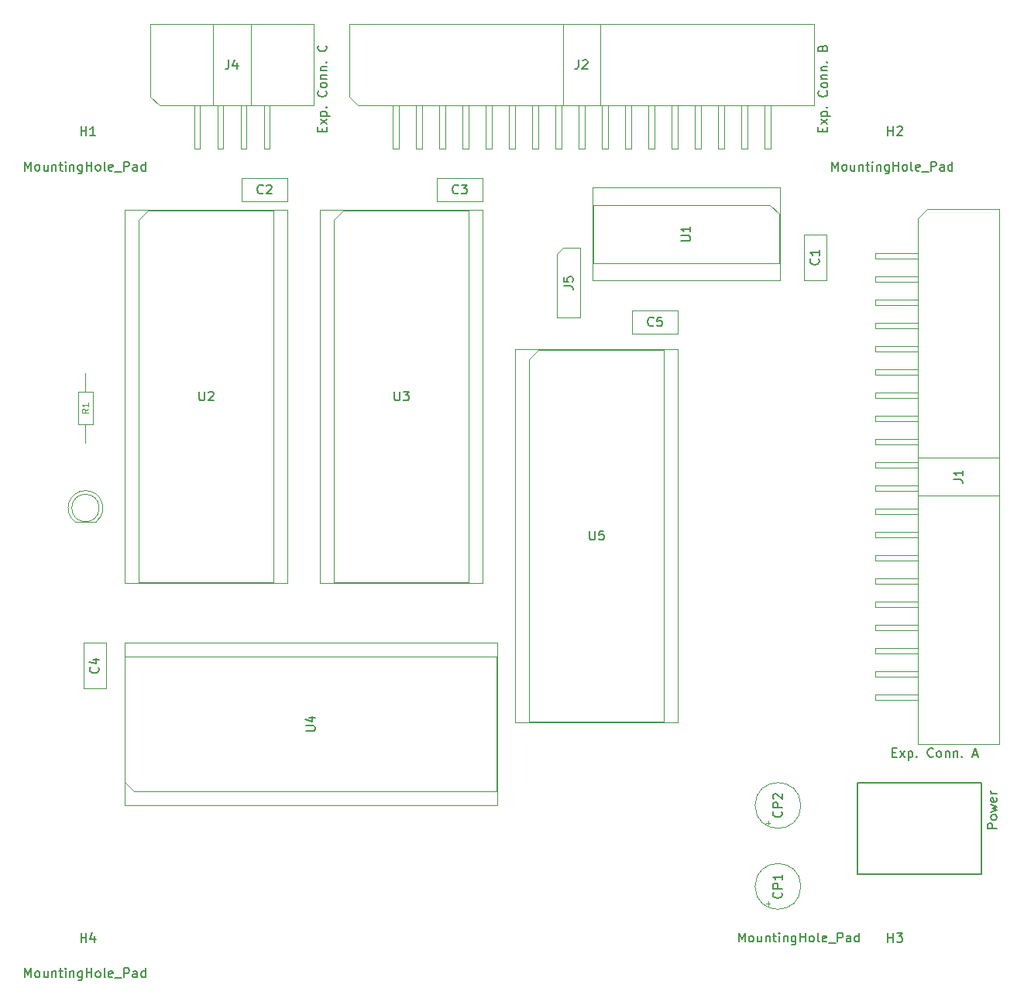
<source format=gbr>
%TF.GenerationSoftware,KiCad,Pcbnew,8.0.2*%
%TF.CreationDate,2024-06-19T15:00:55+02:00*%
%TF.ProjectId,rom_ram_board_v2,726f6d5f-7261-46d5-9f62-6f6172645f76,1.0*%
%TF.SameCoordinates,Original*%
%TF.FileFunction,AssemblyDrawing,Top*%
%FSLAX46Y46*%
G04 Gerber Fmt 4.6, Leading zero omitted, Abs format (unit mm)*
G04 Created by KiCad (PCBNEW 8.0.2) date 2024-06-19 15:00:55*
%MOMM*%
%LPD*%
G01*
G04 APERTURE LIST*
%ADD10C,0.150000*%
%ADD11C,0.108000*%
%ADD12C,0.100000*%
%ADD13C,0.127000*%
G04 APERTURE END LIST*
D10*
X22353571Y-33229819D02*
X22353571Y-32229819D01*
X22353571Y-32229819D02*
X22686904Y-32944104D01*
X22686904Y-32944104D02*
X23020237Y-32229819D01*
X23020237Y-32229819D02*
X23020237Y-33229819D01*
X23639285Y-33229819D02*
X23544047Y-33182200D01*
X23544047Y-33182200D02*
X23496428Y-33134580D01*
X23496428Y-33134580D02*
X23448809Y-33039342D01*
X23448809Y-33039342D02*
X23448809Y-32753628D01*
X23448809Y-32753628D02*
X23496428Y-32658390D01*
X23496428Y-32658390D02*
X23544047Y-32610771D01*
X23544047Y-32610771D02*
X23639285Y-32563152D01*
X23639285Y-32563152D02*
X23782142Y-32563152D01*
X23782142Y-32563152D02*
X23877380Y-32610771D01*
X23877380Y-32610771D02*
X23924999Y-32658390D01*
X23924999Y-32658390D02*
X23972618Y-32753628D01*
X23972618Y-32753628D02*
X23972618Y-33039342D01*
X23972618Y-33039342D02*
X23924999Y-33134580D01*
X23924999Y-33134580D02*
X23877380Y-33182200D01*
X23877380Y-33182200D02*
X23782142Y-33229819D01*
X23782142Y-33229819D02*
X23639285Y-33229819D01*
X24829761Y-32563152D02*
X24829761Y-33229819D01*
X24401190Y-32563152D02*
X24401190Y-33086961D01*
X24401190Y-33086961D02*
X24448809Y-33182200D01*
X24448809Y-33182200D02*
X24544047Y-33229819D01*
X24544047Y-33229819D02*
X24686904Y-33229819D01*
X24686904Y-33229819D02*
X24782142Y-33182200D01*
X24782142Y-33182200D02*
X24829761Y-33134580D01*
X25305952Y-32563152D02*
X25305952Y-33229819D01*
X25305952Y-32658390D02*
X25353571Y-32610771D01*
X25353571Y-32610771D02*
X25448809Y-32563152D01*
X25448809Y-32563152D02*
X25591666Y-32563152D01*
X25591666Y-32563152D02*
X25686904Y-32610771D01*
X25686904Y-32610771D02*
X25734523Y-32706009D01*
X25734523Y-32706009D02*
X25734523Y-33229819D01*
X26067857Y-32563152D02*
X26448809Y-32563152D01*
X26210714Y-32229819D02*
X26210714Y-33086961D01*
X26210714Y-33086961D02*
X26258333Y-33182200D01*
X26258333Y-33182200D02*
X26353571Y-33229819D01*
X26353571Y-33229819D02*
X26448809Y-33229819D01*
X26782143Y-33229819D02*
X26782143Y-32563152D01*
X26782143Y-32229819D02*
X26734524Y-32277438D01*
X26734524Y-32277438D02*
X26782143Y-32325057D01*
X26782143Y-32325057D02*
X26829762Y-32277438D01*
X26829762Y-32277438D02*
X26782143Y-32229819D01*
X26782143Y-32229819D02*
X26782143Y-32325057D01*
X27258333Y-32563152D02*
X27258333Y-33229819D01*
X27258333Y-32658390D02*
X27305952Y-32610771D01*
X27305952Y-32610771D02*
X27401190Y-32563152D01*
X27401190Y-32563152D02*
X27544047Y-32563152D01*
X27544047Y-32563152D02*
X27639285Y-32610771D01*
X27639285Y-32610771D02*
X27686904Y-32706009D01*
X27686904Y-32706009D02*
X27686904Y-33229819D01*
X28591666Y-32563152D02*
X28591666Y-33372676D01*
X28591666Y-33372676D02*
X28544047Y-33467914D01*
X28544047Y-33467914D02*
X28496428Y-33515533D01*
X28496428Y-33515533D02*
X28401190Y-33563152D01*
X28401190Y-33563152D02*
X28258333Y-33563152D01*
X28258333Y-33563152D02*
X28163095Y-33515533D01*
X28591666Y-33182200D02*
X28496428Y-33229819D01*
X28496428Y-33229819D02*
X28305952Y-33229819D01*
X28305952Y-33229819D02*
X28210714Y-33182200D01*
X28210714Y-33182200D02*
X28163095Y-33134580D01*
X28163095Y-33134580D02*
X28115476Y-33039342D01*
X28115476Y-33039342D02*
X28115476Y-32753628D01*
X28115476Y-32753628D02*
X28163095Y-32658390D01*
X28163095Y-32658390D02*
X28210714Y-32610771D01*
X28210714Y-32610771D02*
X28305952Y-32563152D01*
X28305952Y-32563152D02*
X28496428Y-32563152D01*
X28496428Y-32563152D02*
X28591666Y-32610771D01*
X29067857Y-33229819D02*
X29067857Y-32229819D01*
X29067857Y-32706009D02*
X29639285Y-32706009D01*
X29639285Y-33229819D02*
X29639285Y-32229819D01*
X30258333Y-33229819D02*
X30163095Y-33182200D01*
X30163095Y-33182200D02*
X30115476Y-33134580D01*
X30115476Y-33134580D02*
X30067857Y-33039342D01*
X30067857Y-33039342D02*
X30067857Y-32753628D01*
X30067857Y-32753628D02*
X30115476Y-32658390D01*
X30115476Y-32658390D02*
X30163095Y-32610771D01*
X30163095Y-32610771D02*
X30258333Y-32563152D01*
X30258333Y-32563152D02*
X30401190Y-32563152D01*
X30401190Y-32563152D02*
X30496428Y-32610771D01*
X30496428Y-32610771D02*
X30544047Y-32658390D01*
X30544047Y-32658390D02*
X30591666Y-32753628D01*
X30591666Y-32753628D02*
X30591666Y-33039342D01*
X30591666Y-33039342D02*
X30544047Y-33134580D01*
X30544047Y-33134580D02*
X30496428Y-33182200D01*
X30496428Y-33182200D02*
X30401190Y-33229819D01*
X30401190Y-33229819D02*
X30258333Y-33229819D01*
X31163095Y-33229819D02*
X31067857Y-33182200D01*
X31067857Y-33182200D02*
X31020238Y-33086961D01*
X31020238Y-33086961D02*
X31020238Y-32229819D01*
X31925000Y-33182200D02*
X31829762Y-33229819D01*
X31829762Y-33229819D02*
X31639286Y-33229819D01*
X31639286Y-33229819D02*
X31544048Y-33182200D01*
X31544048Y-33182200D02*
X31496429Y-33086961D01*
X31496429Y-33086961D02*
X31496429Y-32706009D01*
X31496429Y-32706009D02*
X31544048Y-32610771D01*
X31544048Y-32610771D02*
X31639286Y-32563152D01*
X31639286Y-32563152D02*
X31829762Y-32563152D01*
X31829762Y-32563152D02*
X31925000Y-32610771D01*
X31925000Y-32610771D02*
X31972619Y-32706009D01*
X31972619Y-32706009D02*
X31972619Y-32801247D01*
X31972619Y-32801247D02*
X31496429Y-32896485D01*
X32163096Y-33325057D02*
X32925000Y-33325057D01*
X33163096Y-33229819D02*
X33163096Y-32229819D01*
X33163096Y-32229819D02*
X33544048Y-32229819D01*
X33544048Y-32229819D02*
X33639286Y-32277438D01*
X33639286Y-32277438D02*
X33686905Y-32325057D01*
X33686905Y-32325057D02*
X33734524Y-32420295D01*
X33734524Y-32420295D02*
X33734524Y-32563152D01*
X33734524Y-32563152D02*
X33686905Y-32658390D01*
X33686905Y-32658390D02*
X33639286Y-32706009D01*
X33639286Y-32706009D02*
X33544048Y-32753628D01*
X33544048Y-32753628D02*
X33163096Y-32753628D01*
X34591667Y-33229819D02*
X34591667Y-32706009D01*
X34591667Y-32706009D02*
X34544048Y-32610771D01*
X34544048Y-32610771D02*
X34448810Y-32563152D01*
X34448810Y-32563152D02*
X34258334Y-32563152D01*
X34258334Y-32563152D02*
X34163096Y-32610771D01*
X34591667Y-33182200D02*
X34496429Y-33229819D01*
X34496429Y-33229819D02*
X34258334Y-33229819D01*
X34258334Y-33229819D02*
X34163096Y-33182200D01*
X34163096Y-33182200D02*
X34115477Y-33086961D01*
X34115477Y-33086961D02*
X34115477Y-32991723D01*
X34115477Y-32991723D02*
X34163096Y-32896485D01*
X34163096Y-32896485D02*
X34258334Y-32848866D01*
X34258334Y-32848866D02*
X34496429Y-32848866D01*
X34496429Y-32848866D02*
X34591667Y-32801247D01*
X35496429Y-33229819D02*
X35496429Y-32229819D01*
X35496429Y-33182200D02*
X35401191Y-33229819D01*
X35401191Y-33229819D02*
X35210715Y-33229819D01*
X35210715Y-33229819D02*
X35115477Y-33182200D01*
X35115477Y-33182200D02*
X35067858Y-33134580D01*
X35067858Y-33134580D02*
X35020239Y-33039342D01*
X35020239Y-33039342D02*
X35020239Y-32753628D01*
X35020239Y-32753628D02*
X35067858Y-32658390D01*
X35067858Y-32658390D02*
X35115477Y-32610771D01*
X35115477Y-32610771D02*
X35210715Y-32563152D01*
X35210715Y-32563152D02*
X35401191Y-32563152D01*
X35401191Y-32563152D02*
X35496429Y-32610771D01*
X28463095Y-29379819D02*
X28463095Y-28379819D01*
X28463095Y-28856009D02*
X29034523Y-28856009D01*
X29034523Y-29379819D02*
X29034523Y-28379819D01*
X30034523Y-29379819D02*
X29463095Y-29379819D01*
X29748809Y-29379819D02*
X29748809Y-28379819D01*
X29748809Y-28379819D02*
X29653571Y-28522676D01*
X29653571Y-28522676D02*
X29558333Y-28617914D01*
X29558333Y-28617914D02*
X29463095Y-28665533D01*
X69703333Y-35665580D02*
X69655714Y-35713200D01*
X69655714Y-35713200D02*
X69512857Y-35760819D01*
X69512857Y-35760819D02*
X69417619Y-35760819D01*
X69417619Y-35760819D02*
X69274762Y-35713200D01*
X69274762Y-35713200D02*
X69179524Y-35617961D01*
X69179524Y-35617961D02*
X69131905Y-35522723D01*
X69131905Y-35522723D02*
X69084286Y-35332247D01*
X69084286Y-35332247D02*
X69084286Y-35189390D01*
X69084286Y-35189390D02*
X69131905Y-34998914D01*
X69131905Y-34998914D02*
X69179524Y-34903676D01*
X69179524Y-34903676D02*
X69274762Y-34808438D01*
X69274762Y-34808438D02*
X69417619Y-34760819D01*
X69417619Y-34760819D02*
X69512857Y-34760819D01*
X69512857Y-34760819D02*
X69655714Y-34808438D01*
X69655714Y-34808438D02*
X69703333Y-34856057D01*
X70036667Y-34760819D02*
X70655714Y-34760819D01*
X70655714Y-34760819D02*
X70322381Y-35141771D01*
X70322381Y-35141771D02*
X70465238Y-35141771D01*
X70465238Y-35141771D02*
X70560476Y-35189390D01*
X70560476Y-35189390D02*
X70608095Y-35237009D01*
X70608095Y-35237009D02*
X70655714Y-35332247D01*
X70655714Y-35332247D02*
X70655714Y-35570342D01*
X70655714Y-35570342D02*
X70608095Y-35665580D01*
X70608095Y-35665580D02*
X70560476Y-35713200D01*
X70560476Y-35713200D02*
X70465238Y-35760819D01*
X70465238Y-35760819D02*
X70179524Y-35760819D01*
X70179524Y-35760819D02*
X70084286Y-35713200D01*
X70084286Y-35713200D02*
X70036667Y-35665580D01*
X84074095Y-72606819D02*
X84074095Y-73416342D01*
X84074095Y-73416342D02*
X84121714Y-73511580D01*
X84121714Y-73511580D02*
X84169333Y-73559200D01*
X84169333Y-73559200D02*
X84264571Y-73606819D01*
X84264571Y-73606819D02*
X84455047Y-73606819D01*
X84455047Y-73606819D02*
X84550285Y-73559200D01*
X84550285Y-73559200D02*
X84597904Y-73511580D01*
X84597904Y-73511580D02*
X84645523Y-73416342D01*
X84645523Y-73416342D02*
X84645523Y-72606819D01*
X85597904Y-72606819D02*
X85121714Y-72606819D01*
X85121714Y-72606819D02*
X85074095Y-73083009D01*
X85074095Y-73083009D02*
X85121714Y-73035390D01*
X85121714Y-73035390D02*
X85216952Y-72987771D01*
X85216952Y-72987771D02*
X85455047Y-72987771D01*
X85455047Y-72987771D02*
X85550285Y-73035390D01*
X85550285Y-73035390D02*
X85597904Y-73083009D01*
X85597904Y-73083009D02*
X85645523Y-73178247D01*
X85645523Y-73178247D02*
X85645523Y-73416342D01*
X85645523Y-73416342D02*
X85597904Y-73511580D01*
X85597904Y-73511580D02*
X85550285Y-73559200D01*
X85550285Y-73559200D02*
X85455047Y-73606819D01*
X85455047Y-73606819D02*
X85216952Y-73606819D01*
X85216952Y-73606819D02*
X85121714Y-73559200D01*
X85121714Y-73559200D02*
X85074095Y-73511580D01*
X105007580Y-112152666D02*
X105055200Y-112200285D01*
X105055200Y-112200285D02*
X105102819Y-112343142D01*
X105102819Y-112343142D02*
X105102819Y-112438380D01*
X105102819Y-112438380D02*
X105055200Y-112581237D01*
X105055200Y-112581237D02*
X104959961Y-112676475D01*
X104959961Y-112676475D02*
X104864723Y-112724094D01*
X104864723Y-112724094D02*
X104674247Y-112771713D01*
X104674247Y-112771713D02*
X104531390Y-112771713D01*
X104531390Y-112771713D02*
X104340914Y-112724094D01*
X104340914Y-112724094D02*
X104245676Y-112676475D01*
X104245676Y-112676475D02*
X104150438Y-112581237D01*
X104150438Y-112581237D02*
X104102819Y-112438380D01*
X104102819Y-112438380D02*
X104102819Y-112343142D01*
X104102819Y-112343142D02*
X104150438Y-112200285D01*
X104150438Y-112200285D02*
X104198057Y-112152666D01*
X105102819Y-111724094D02*
X104102819Y-111724094D01*
X104102819Y-111724094D02*
X104102819Y-111343142D01*
X104102819Y-111343142D02*
X104150438Y-111247904D01*
X104150438Y-111247904D02*
X104198057Y-111200285D01*
X104198057Y-111200285D02*
X104293295Y-111152666D01*
X104293295Y-111152666D02*
X104436152Y-111152666D01*
X104436152Y-111152666D02*
X104531390Y-111200285D01*
X104531390Y-111200285D02*
X104579009Y-111247904D01*
X104579009Y-111247904D02*
X104626628Y-111343142D01*
X104626628Y-111343142D02*
X104626628Y-111724094D01*
X105102819Y-110200285D02*
X105102819Y-110771713D01*
X105102819Y-110485999D02*
X104102819Y-110485999D01*
X104102819Y-110485999D02*
X104245676Y-110581237D01*
X104245676Y-110581237D02*
X104340914Y-110676475D01*
X104340914Y-110676475D02*
X104388533Y-110771713D01*
X62738095Y-57366819D02*
X62738095Y-58176342D01*
X62738095Y-58176342D02*
X62785714Y-58271580D01*
X62785714Y-58271580D02*
X62833333Y-58319200D01*
X62833333Y-58319200D02*
X62928571Y-58366819D01*
X62928571Y-58366819D02*
X63119047Y-58366819D01*
X63119047Y-58366819D02*
X63214285Y-58319200D01*
X63214285Y-58319200D02*
X63261904Y-58271580D01*
X63261904Y-58271580D02*
X63309523Y-58176342D01*
X63309523Y-58176342D02*
X63309523Y-57366819D01*
X63690476Y-57366819D02*
X64309523Y-57366819D01*
X64309523Y-57366819D02*
X63976190Y-57747771D01*
X63976190Y-57747771D02*
X64119047Y-57747771D01*
X64119047Y-57747771D02*
X64214285Y-57795390D01*
X64214285Y-57795390D02*
X64261904Y-57843009D01*
X64261904Y-57843009D02*
X64309523Y-57938247D01*
X64309523Y-57938247D02*
X64309523Y-58176342D01*
X64309523Y-58176342D02*
X64261904Y-58271580D01*
X64261904Y-58271580D02*
X64214285Y-58319200D01*
X64214285Y-58319200D02*
X64119047Y-58366819D01*
X64119047Y-58366819D02*
X63833333Y-58366819D01*
X63833333Y-58366819D02*
X63738095Y-58319200D01*
X63738095Y-58319200D02*
X63690476Y-58271580D01*
D11*
X29283469Y-59301999D02*
X28940612Y-59541999D01*
X29283469Y-59713428D02*
X28563469Y-59713428D01*
X28563469Y-59713428D02*
X28563469Y-59439142D01*
X28563469Y-59439142D02*
X28597755Y-59370571D01*
X28597755Y-59370571D02*
X28632041Y-59336285D01*
X28632041Y-59336285D02*
X28700612Y-59301999D01*
X28700612Y-59301999D02*
X28803469Y-59301999D01*
X28803469Y-59301999D02*
X28872041Y-59336285D01*
X28872041Y-59336285D02*
X28906326Y-59370571D01*
X28906326Y-59370571D02*
X28940612Y-59439142D01*
X28940612Y-59439142D02*
X28940612Y-59713428D01*
X29283469Y-58616285D02*
X29283469Y-59027714D01*
X29283469Y-58821999D02*
X28563469Y-58821999D01*
X28563469Y-58821999D02*
X28666326Y-58890571D01*
X28666326Y-58890571D02*
X28734898Y-58959142D01*
X28734898Y-58959142D02*
X28769184Y-59027714D01*
D10*
X54799009Y-28931666D02*
X54799009Y-28598333D01*
X55322819Y-28455476D02*
X55322819Y-28931666D01*
X55322819Y-28931666D02*
X54322819Y-28931666D01*
X54322819Y-28931666D02*
X54322819Y-28455476D01*
X55322819Y-28122142D02*
X54656152Y-27598333D01*
X54656152Y-28122142D02*
X55322819Y-27598333D01*
X54656152Y-27217380D02*
X55656152Y-27217380D01*
X54703771Y-27217380D02*
X54656152Y-27122142D01*
X54656152Y-27122142D02*
X54656152Y-26931666D01*
X54656152Y-26931666D02*
X54703771Y-26836428D01*
X54703771Y-26836428D02*
X54751390Y-26788809D01*
X54751390Y-26788809D02*
X54846628Y-26741190D01*
X54846628Y-26741190D02*
X55132342Y-26741190D01*
X55132342Y-26741190D02*
X55227580Y-26788809D01*
X55227580Y-26788809D02*
X55275200Y-26836428D01*
X55275200Y-26836428D02*
X55322819Y-26931666D01*
X55322819Y-26931666D02*
X55322819Y-27122142D01*
X55322819Y-27122142D02*
X55275200Y-27217380D01*
X55227580Y-26312618D02*
X55275200Y-26264999D01*
X55275200Y-26264999D02*
X55322819Y-26312618D01*
X55322819Y-26312618D02*
X55275200Y-26360237D01*
X55275200Y-26360237D02*
X55227580Y-26312618D01*
X55227580Y-26312618D02*
X55322819Y-26312618D01*
X55227580Y-24503095D02*
X55275200Y-24550714D01*
X55275200Y-24550714D02*
X55322819Y-24693571D01*
X55322819Y-24693571D02*
X55322819Y-24788809D01*
X55322819Y-24788809D02*
X55275200Y-24931666D01*
X55275200Y-24931666D02*
X55179961Y-25026904D01*
X55179961Y-25026904D02*
X55084723Y-25074523D01*
X55084723Y-25074523D02*
X54894247Y-25122142D01*
X54894247Y-25122142D02*
X54751390Y-25122142D01*
X54751390Y-25122142D02*
X54560914Y-25074523D01*
X54560914Y-25074523D02*
X54465676Y-25026904D01*
X54465676Y-25026904D02*
X54370438Y-24931666D01*
X54370438Y-24931666D02*
X54322819Y-24788809D01*
X54322819Y-24788809D02*
X54322819Y-24693571D01*
X54322819Y-24693571D02*
X54370438Y-24550714D01*
X54370438Y-24550714D02*
X54418057Y-24503095D01*
X55322819Y-23931666D02*
X55275200Y-24026904D01*
X55275200Y-24026904D02*
X55227580Y-24074523D01*
X55227580Y-24074523D02*
X55132342Y-24122142D01*
X55132342Y-24122142D02*
X54846628Y-24122142D01*
X54846628Y-24122142D02*
X54751390Y-24074523D01*
X54751390Y-24074523D02*
X54703771Y-24026904D01*
X54703771Y-24026904D02*
X54656152Y-23931666D01*
X54656152Y-23931666D02*
X54656152Y-23788809D01*
X54656152Y-23788809D02*
X54703771Y-23693571D01*
X54703771Y-23693571D02*
X54751390Y-23645952D01*
X54751390Y-23645952D02*
X54846628Y-23598333D01*
X54846628Y-23598333D02*
X55132342Y-23598333D01*
X55132342Y-23598333D02*
X55227580Y-23645952D01*
X55227580Y-23645952D02*
X55275200Y-23693571D01*
X55275200Y-23693571D02*
X55322819Y-23788809D01*
X55322819Y-23788809D02*
X55322819Y-23931666D01*
X54656152Y-23169761D02*
X55322819Y-23169761D01*
X54751390Y-23169761D02*
X54703771Y-23122142D01*
X54703771Y-23122142D02*
X54656152Y-23026904D01*
X54656152Y-23026904D02*
X54656152Y-22884047D01*
X54656152Y-22884047D02*
X54703771Y-22788809D01*
X54703771Y-22788809D02*
X54799009Y-22741190D01*
X54799009Y-22741190D02*
X55322819Y-22741190D01*
X54656152Y-22264999D02*
X55322819Y-22264999D01*
X54751390Y-22264999D02*
X54703771Y-22217380D01*
X54703771Y-22217380D02*
X54656152Y-22122142D01*
X54656152Y-22122142D02*
X54656152Y-21979285D01*
X54656152Y-21979285D02*
X54703771Y-21884047D01*
X54703771Y-21884047D02*
X54799009Y-21836428D01*
X54799009Y-21836428D02*
X55322819Y-21836428D01*
X55227580Y-21360237D02*
X55275200Y-21312618D01*
X55275200Y-21312618D02*
X55322819Y-21360237D01*
X55322819Y-21360237D02*
X55275200Y-21407856D01*
X55275200Y-21407856D02*
X55227580Y-21360237D01*
X55227580Y-21360237D02*
X55322819Y-21360237D01*
X55227580Y-19550714D02*
X55275200Y-19598333D01*
X55275200Y-19598333D02*
X55322819Y-19741190D01*
X55322819Y-19741190D02*
X55322819Y-19836428D01*
X55322819Y-19836428D02*
X55275200Y-19979285D01*
X55275200Y-19979285D02*
X55179961Y-20074523D01*
X55179961Y-20074523D02*
X55084723Y-20122142D01*
X55084723Y-20122142D02*
X54894247Y-20169761D01*
X54894247Y-20169761D02*
X54751390Y-20169761D01*
X54751390Y-20169761D02*
X54560914Y-20122142D01*
X54560914Y-20122142D02*
X54465676Y-20074523D01*
X54465676Y-20074523D02*
X54370438Y-19979285D01*
X54370438Y-19979285D02*
X54322819Y-19836428D01*
X54322819Y-19836428D02*
X54322819Y-19741190D01*
X54322819Y-19741190D02*
X54370438Y-19598333D01*
X54370438Y-19598333D02*
X54418057Y-19550714D01*
X44624666Y-21104819D02*
X44624666Y-21819104D01*
X44624666Y-21819104D02*
X44577047Y-21961961D01*
X44577047Y-21961961D02*
X44481809Y-22057200D01*
X44481809Y-22057200D02*
X44338952Y-22104819D01*
X44338952Y-22104819D02*
X44243714Y-22104819D01*
X45529428Y-21438152D02*
X45529428Y-22104819D01*
X45291333Y-21057200D02*
X45053238Y-21771485D01*
X45053238Y-21771485D02*
X45672285Y-21771485D01*
X110553571Y-33229819D02*
X110553571Y-32229819D01*
X110553571Y-32229819D02*
X110886904Y-32944104D01*
X110886904Y-32944104D02*
X111220237Y-32229819D01*
X111220237Y-32229819D02*
X111220237Y-33229819D01*
X111839285Y-33229819D02*
X111744047Y-33182200D01*
X111744047Y-33182200D02*
X111696428Y-33134580D01*
X111696428Y-33134580D02*
X111648809Y-33039342D01*
X111648809Y-33039342D02*
X111648809Y-32753628D01*
X111648809Y-32753628D02*
X111696428Y-32658390D01*
X111696428Y-32658390D02*
X111744047Y-32610771D01*
X111744047Y-32610771D02*
X111839285Y-32563152D01*
X111839285Y-32563152D02*
X111982142Y-32563152D01*
X111982142Y-32563152D02*
X112077380Y-32610771D01*
X112077380Y-32610771D02*
X112124999Y-32658390D01*
X112124999Y-32658390D02*
X112172618Y-32753628D01*
X112172618Y-32753628D02*
X112172618Y-33039342D01*
X112172618Y-33039342D02*
X112124999Y-33134580D01*
X112124999Y-33134580D02*
X112077380Y-33182200D01*
X112077380Y-33182200D02*
X111982142Y-33229819D01*
X111982142Y-33229819D02*
X111839285Y-33229819D01*
X113029761Y-32563152D02*
X113029761Y-33229819D01*
X112601190Y-32563152D02*
X112601190Y-33086961D01*
X112601190Y-33086961D02*
X112648809Y-33182200D01*
X112648809Y-33182200D02*
X112744047Y-33229819D01*
X112744047Y-33229819D02*
X112886904Y-33229819D01*
X112886904Y-33229819D02*
X112982142Y-33182200D01*
X112982142Y-33182200D02*
X113029761Y-33134580D01*
X113505952Y-32563152D02*
X113505952Y-33229819D01*
X113505952Y-32658390D02*
X113553571Y-32610771D01*
X113553571Y-32610771D02*
X113648809Y-32563152D01*
X113648809Y-32563152D02*
X113791666Y-32563152D01*
X113791666Y-32563152D02*
X113886904Y-32610771D01*
X113886904Y-32610771D02*
X113934523Y-32706009D01*
X113934523Y-32706009D02*
X113934523Y-33229819D01*
X114267857Y-32563152D02*
X114648809Y-32563152D01*
X114410714Y-32229819D02*
X114410714Y-33086961D01*
X114410714Y-33086961D02*
X114458333Y-33182200D01*
X114458333Y-33182200D02*
X114553571Y-33229819D01*
X114553571Y-33229819D02*
X114648809Y-33229819D01*
X114982143Y-33229819D02*
X114982143Y-32563152D01*
X114982143Y-32229819D02*
X114934524Y-32277438D01*
X114934524Y-32277438D02*
X114982143Y-32325057D01*
X114982143Y-32325057D02*
X115029762Y-32277438D01*
X115029762Y-32277438D02*
X114982143Y-32229819D01*
X114982143Y-32229819D02*
X114982143Y-32325057D01*
X115458333Y-32563152D02*
X115458333Y-33229819D01*
X115458333Y-32658390D02*
X115505952Y-32610771D01*
X115505952Y-32610771D02*
X115601190Y-32563152D01*
X115601190Y-32563152D02*
X115744047Y-32563152D01*
X115744047Y-32563152D02*
X115839285Y-32610771D01*
X115839285Y-32610771D02*
X115886904Y-32706009D01*
X115886904Y-32706009D02*
X115886904Y-33229819D01*
X116791666Y-32563152D02*
X116791666Y-33372676D01*
X116791666Y-33372676D02*
X116744047Y-33467914D01*
X116744047Y-33467914D02*
X116696428Y-33515533D01*
X116696428Y-33515533D02*
X116601190Y-33563152D01*
X116601190Y-33563152D02*
X116458333Y-33563152D01*
X116458333Y-33563152D02*
X116363095Y-33515533D01*
X116791666Y-33182200D02*
X116696428Y-33229819D01*
X116696428Y-33229819D02*
X116505952Y-33229819D01*
X116505952Y-33229819D02*
X116410714Y-33182200D01*
X116410714Y-33182200D02*
X116363095Y-33134580D01*
X116363095Y-33134580D02*
X116315476Y-33039342D01*
X116315476Y-33039342D02*
X116315476Y-32753628D01*
X116315476Y-32753628D02*
X116363095Y-32658390D01*
X116363095Y-32658390D02*
X116410714Y-32610771D01*
X116410714Y-32610771D02*
X116505952Y-32563152D01*
X116505952Y-32563152D02*
X116696428Y-32563152D01*
X116696428Y-32563152D02*
X116791666Y-32610771D01*
X117267857Y-33229819D02*
X117267857Y-32229819D01*
X117267857Y-32706009D02*
X117839285Y-32706009D01*
X117839285Y-33229819D02*
X117839285Y-32229819D01*
X118458333Y-33229819D02*
X118363095Y-33182200D01*
X118363095Y-33182200D02*
X118315476Y-33134580D01*
X118315476Y-33134580D02*
X118267857Y-33039342D01*
X118267857Y-33039342D02*
X118267857Y-32753628D01*
X118267857Y-32753628D02*
X118315476Y-32658390D01*
X118315476Y-32658390D02*
X118363095Y-32610771D01*
X118363095Y-32610771D02*
X118458333Y-32563152D01*
X118458333Y-32563152D02*
X118601190Y-32563152D01*
X118601190Y-32563152D02*
X118696428Y-32610771D01*
X118696428Y-32610771D02*
X118744047Y-32658390D01*
X118744047Y-32658390D02*
X118791666Y-32753628D01*
X118791666Y-32753628D02*
X118791666Y-33039342D01*
X118791666Y-33039342D02*
X118744047Y-33134580D01*
X118744047Y-33134580D02*
X118696428Y-33182200D01*
X118696428Y-33182200D02*
X118601190Y-33229819D01*
X118601190Y-33229819D02*
X118458333Y-33229819D01*
X119363095Y-33229819D02*
X119267857Y-33182200D01*
X119267857Y-33182200D02*
X119220238Y-33086961D01*
X119220238Y-33086961D02*
X119220238Y-32229819D01*
X120125000Y-33182200D02*
X120029762Y-33229819D01*
X120029762Y-33229819D02*
X119839286Y-33229819D01*
X119839286Y-33229819D02*
X119744048Y-33182200D01*
X119744048Y-33182200D02*
X119696429Y-33086961D01*
X119696429Y-33086961D02*
X119696429Y-32706009D01*
X119696429Y-32706009D02*
X119744048Y-32610771D01*
X119744048Y-32610771D02*
X119839286Y-32563152D01*
X119839286Y-32563152D02*
X120029762Y-32563152D01*
X120029762Y-32563152D02*
X120125000Y-32610771D01*
X120125000Y-32610771D02*
X120172619Y-32706009D01*
X120172619Y-32706009D02*
X120172619Y-32801247D01*
X120172619Y-32801247D02*
X119696429Y-32896485D01*
X120363096Y-33325057D02*
X121125000Y-33325057D01*
X121363096Y-33229819D02*
X121363096Y-32229819D01*
X121363096Y-32229819D02*
X121744048Y-32229819D01*
X121744048Y-32229819D02*
X121839286Y-32277438D01*
X121839286Y-32277438D02*
X121886905Y-32325057D01*
X121886905Y-32325057D02*
X121934524Y-32420295D01*
X121934524Y-32420295D02*
X121934524Y-32563152D01*
X121934524Y-32563152D02*
X121886905Y-32658390D01*
X121886905Y-32658390D02*
X121839286Y-32706009D01*
X121839286Y-32706009D02*
X121744048Y-32753628D01*
X121744048Y-32753628D02*
X121363096Y-32753628D01*
X122791667Y-33229819D02*
X122791667Y-32706009D01*
X122791667Y-32706009D02*
X122744048Y-32610771D01*
X122744048Y-32610771D02*
X122648810Y-32563152D01*
X122648810Y-32563152D02*
X122458334Y-32563152D01*
X122458334Y-32563152D02*
X122363096Y-32610771D01*
X122791667Y-33182200D02*
X122696429Y-33229819D01*
X122696429Y-33229819D02*
X122458334Y-33229819D01*
X122458334Y-33229819D02*
X122363096Y-33182200D01*
X122363096Y-33182200D02*
X122315477Y-33086961D01*
X122315477Y-33086961D02*
X122315477Y-32991723D01*
X122315477Y-32991723D02*
X122363096Y-32896485D01*
X122363096Y-32896485D02*
X122458334Y-32848866D01*
X122458334Y-32848866D02*
X122696429Y-32848866D01*
X122696429Y-32848866D02*
X122791667Y-32801247D01*
X123696429Y-33229819D02*
X123696429Y-32229819D01*
X123696429Y-33182200D02*
X123601191Y-33229819D01*
X123601191Y-33229819D02*
X123410715Y-33229819D01*
X123410715Y-33229819D02*
X123315477Y-33182200D01*
X123315477Y-33182200D02*
X123267858Y-33134580D01*
X123267858Y-33134580D02*
X123220239Y-33039342D01*
X123220239Y-33039342D02*
X123220239Y-32753628D01*
X123220239Y-32753628D02*
X123267858Y-32658390D01*
X123267858Y-32658390D02*
X123315477Y-32610771D01*
X123315477Y-32610771D02*
X123410715Y-32563152D01*
X123410715Y-32563152D02*
X123601191Y-32563152D01*
X123601191Y-32563152D02*
X123696429Y-32610771D01*
X116663095Y-29379819D02*
X116663095Y-28379819D01*
X116663095Y-28856009D02*
X117234523Y-28856009D01*
X117234523Y-29379819D02*
X117234523Y-28379819D01*
X117663095Y-28475057D02*
X117710714Y-28427438D01*
X117710714Y-28427438D02*
X117805952Y-28379819D01*
X117805952Y-28379819D02*
X118044047Y-28379819D01*
X118044047Y-28379819D02*
X118139285Y-28427438D01*
X118139285Y-28427438D02*
X118186904Y-28475057D01*
X118186904Y-28475057D02*
X118234523Y-28570295D01*
X118234523Y-28570295D02*
X118234523Y-28665533D01*
X118234523Y-28665533D02*
X118186904Y-28808390D01*
X118186904Y-28808390D02*
X117615476Y-29379819D01*
X117615476Y-29379819D02*
X118234523Y-29379819D01*
X81242819Y-45814333D02*
X81957104Y-45814333D01*
X81957104Y-45814333D02*
X82099961Y-45861952D01*
X82099961Y-45861952D02*
X82195200Y-45957190D01*
X82195200Y-45957190D02*
X82242819Y-46100047D01*
X82242819Y-46100047D02*
X82242819Y-46195285D01*
X81242819Y-44861952D02*
X81242819Y-45338142D01*
X81242819Y-45338142D02*
X81719009Y-45385761D01*
X81719009Y-45385761D02*
X81671390Y-45338142D01*
X81671390Y-45338142D02*
X81623771Y-45242904D01*
X81623771Y-45242904D02*
X81623771Y-45004809D01*
X81623771Y-45004809D02*
X81671390Y-44909571D01*
X81671390Y-44909571D02*
X81719009Y-44861952D01*
X81719009Y-44861952D02*
X81814247Y-44814333D01*
X81814247Y-44814333D02*
X82052342Y-44814333D01*
X82052342Y-44814333D02*
X82147580Y-44861952D01*
X82147580Y-44861952D02*
X82195200Y-44909571D01*
X82195200Y-44909571D02*
X82242819Y-45004809D01*
X82242819Y-45004809D02*
X82242819Y-45242904D01*
X82242819Y-45242904D02*
X82195200Y-45338142D01*
X82195200Y-45338142D02*
X82147580Y-45385761D01*
X117189762Y-96836009D02*
X117523095Y-96836009D01*
X117665952Y-97359819D02*
X117189762Y-97359819D01*
X117189762Y-97359819D02*
X117189762Y-96359819D01*
X117189762Y-96359819D02*
X117665952Y-96359819D01*
X117999286Y-97359819D02*
X118523095Y-96693152D01*
X117999286Y-96693152D02*
X118523095Y-97359819D01*
X118904048Y-96693152D02*
X118904048Y-97693152D01*
X118904048Y-96740771D02*
X118999286Y-96693152D01*
X118999286Y-96693152D02*
X119189762Y-96693152D01*
X119189762Y-96693152D02*
X119285000Y-96740771D01*
X119285000Y-96740771D02*
X119332619Y-96788390D01*
X119332619Y-96788390D02*
X119380238Y-96883628D01*
X119380238Y-96883628D02*
X119380238Y-97169342D01*
X119380238Y-97169342D02*
X119332619Y-97264580D01*
X119332619Y-97264580D02*
X119285000Y-97312200D01*
X119285000Y-97312200D02*
X119189762Y-97359819D01*
X119189762Y-97359819D02*
X118999286Y-97359819D01*
X118999286Y-97359819D02*
X118904048Y-97312200D01*
X119808810Y-97264580D02*
X119856429Y-97312200D01*
X119856429Y-97312200D02*
X119808810Y-97359819D01*
X119808810Y-97359819D02*
X119761191Y-97312200D01*
X119761191Y-97312200D02*
X119808810Y-97264580D01*
X119808810Y-97264580D02*
X119808810Y-97359819D01*
X121618333Y-97264580D02*
X121570714Y-97312200D01*
X121570714Y-97312200D02*
X121427857Y-97359819D01*
X121427857Y-97359819D02*
X121332619Y-97359819D01*
X121332619Y-97359819D02*
X121189762Y-97312200D01*
X121189762Y-97312200D02*
X121094524Y-97216961D01*
X121094524Y-97216961D02*
X121046905Y-97121723D01*
X121046905Y-97121723D02*
X120999286Y-96931247D01*
X120999286Y-96931247D02*
X120999286Y-96788390D01*
X120999286Y-96788390D02*
X121046905Y-96597914D01*
X121046905Y-96597914D02*
X121094524Y-96502676D01*
X121094524Y-96502676D02*
X121189762Y-96407438D01*
X121189762Y-96407438D02*
X121332619Y-96359819D01*
X121332619Y-96359819D02*
X121427857Y-96359819D01*
X121427857Y-96359819D02*
X121570714Y-96407438D01*
X121570714Y-96407438D02*
X121618333Y-96455057D01*
X122189762Y-97359819D02*
X122094524Y-97312200D01*
X122094524Y-97312200D02*
X122046905Y-97264580D01*
X122046905Y-97264580D02*
X121999286Y-97169342D01*
X121999286Y-97169342D02*
X121999286Y-96883628D01*
X121999286Y-96883628D02*
X122046905Y-96788390D01*
X122046905Y-96788390D02*
X122094524Y-96740771D01*
X122094524Y-96740771D02*
X122189762Y-96693152D01*
X122189762Y-96693152D02*
X122332619Y-96693152D01*
X122332619Y-96693152D02*
X122427857Y-96740771D01*
X122427857Y-96740771D02*
X122475476Y-96788390D01*
X122475476Y-96788390D02*
X122523095Y-96883628D01*
X122523095Y-96883628D02*
X122523095Y-97169342D01*
X122523095Y-97169342D02*
X122475476Y-97264580D01*
X122475476Y-97264580D02*
X122427857Y-97312200D01*
X122427857Y-97312200D02*
X122332619Y-97359819D01*
X122332619Y-97359819D02*
X122189762Y-97359819D01*
X122951667Y-96693152D02*
X122951667Y-97359819D01*
X122951667Y-96788390D02*
X122999286Y-96740771D01*
X122999286Y-96740771D02*
X123094524Y-96693152D01*
X123094524Y-96693152D02*
X123237381Y-96693152D01*
X123237381Y-96693152D02*
X123332619Y-96740771D01*
X123332619Y-96740771D02*
X123380238Y-96836009D01*
X123380238Y-96836009D02*
X123380238Y-97359819D01*
X123856429Y-96693152D02*
X123856429Y-97359819D01*
X123856429Y-96788390D02*
X123904048Y-96740771D01*
X123904048Y-96740771D02*
X123999286Y-96693152D01*
X123999286Y-96693152D02*
X124142143Y-96693152D01*
X124142143Y-96693152D02*
X124237381Y-96740771D01*
X124237381Y-96740771D02*
X124285000Y-96836009D01*
X124285000Y-96836009D02*
X124285000Y-97359819D01*
X124761191Y-97264580D02*
X124808810Y-97312200D01*
X124808810Y-97312200D02*
X124761191Y-97359819D01*
X124761191Y-97359819D02*
X124713572Y-97312200D01*
X124713572Y-97312200D02*
X124761191Y-97264580D01*
X124761191Y-97264580D02*
X124761191Y-97359819D01*
X125951667Y-97074104D02*
X126427857Y-97074104D01*
X125856429Y-97359819D02*
X126189762Y-96359819D01*
X126189762Y-96359819D02*
X126523095Y-97359819D01*
X123854819Y-67008333D02*
X124569104Y-67008333D01*
X124569104Y-67008333D02*
X124711961Y-67055952D01*
X124711961Y-67055952D02*
X124807200Y-67151190D01*
X124807200Y-67151190D02*
X124854819Y-67294047D01*
X124854819Y-67294047D02*
X124854819Y-67389285D01*
X124854819Y-66008333D02*
X124854819Y-66579761D01*
X124854819Y-66294047D02*
X123854819Y-66294047D01*
X123854819Y-66294047D02*
X123997676Y-66389285D01*
X123997676Y-66389285D02*
X124092914Y-66484523D01*
X124092914Y-66484523D02*
X124140533Y-66579761D01*
X91039333Y-50143580D02*
X90991714Y-50191200D01*
X90991714Y-50191200D02*
X90848857Y-50238819D01*
X90848857Y-50238819D02*
X90753619Y-50238819D01*
X90753619Y-50238819D02*
X90610762Y-50191200D01*
X90610762Y-50191200D02*
X90515524Y-50095961D01*
X90515524Y-50095961D02*
X90467905Y-50000723D01*
X90467905Y-50000723D02*
X90420286Y-49810247D01*
X90420286Y-49810247D02*
X90420286Y-49667390D01*
X90420286Y-49667390D02*
X90467905Y-49476914D01*
X90467905Y-49476914D02*
X90515524Y-49381676D01*
X90515524Y-49381676D02*
X90610762Y-49286438D01*
X90610762Y-49286438D02*
X90753619Y-49238819D01*
X90753619Y-49238819D02*
X90848857Y-49238819D01*
X90848857Y-49238819D02*
X90991714Y-49286438D01*
X90991714Y-49286438D02*
X91039333Y-49334057D01*
X91944095Y-49238819D02*
X91467905Y-49238819D01*
X91467905Y-49238819D02*
X91420286Y-49715009D01*
X91420286Y-49715009D02*
X91467905Y-49667390D01*
X91467905Y-49667390D02*
X91563143Y-49619771D01*
X91563143Y-49619771D02*
X91801238Y-49619771D01*
X91801238Y-49619771D02*
X91896476Y-49667390D01*
X91896476Y-49667390D02*
X91944095Y-49715009D01*
X91944095Y-49715009D02*
X91991714Y-49810247D01*
X91991714Y-49810247D02*
X91991714Y-50048342D01*
X91991714Y-50048342D02*
X91944095Y-50143580D01*
X91944095Y-50143580D02*
X91896476Y-50191200D01*
X91896476Y-50191200D02*
X91801238Y-50238819D01*
X91801238Y-50238819D02*
X91563143Y-50238819D01*
X91563143Y-50238819D02*
X91467905Y-50191200D01*
X91467905Y-50191200D02*
X91420286Y-50143580D01*
X128567543Y-105147193D02*
X127564260Y-105147193D01*
X127564260Y-105147193D02*
X127564260Y-104764990D01*
X127564260Y-104764990D02*
X127612035Y-104669439D01*
X127612035Y-104669439D02*
X127659811Y-104621663D01*
X127659811Y-104621663D02*
X127755361Y-104573888D01*
X127755361Y-104573888D02*
X127898688Y-104573888D01*
X127898688Y-104573888D02*
X127994238Y-104621663D01*
X127994238Y-104621663D02*
X128042014Y-104669439D01*
X128042014Y-104669439D02*
X128089789Y-104764990D01*
X128089789Y-104764990D02*
X128089789Y-105147193D01*
X128567543Y-104000583D02*
X128519768Y-104096134D01*
X128519768Y-104096134D02*
X128471992Y-104143910D01*
X128471992Y-104143910D02*
X128376441Y-104191685D01*
X128376441Y-104191685D02*
X128089789Y-104191685D01*
X128089789Y-104191685D02*
X127994238Y-104143910D01*
X127994238Y-104143910D02*
X127946463Y-104096134D01*
X127946463Y-104096134D02*
X127898688Y-104000583D01*
X127898688Y-104000583D02*
X127898688Y-103857257D01*
X127898688Y-103857257D02*
X127946463Y-103761707D01*
X127946463Y-103761707D02*
X127994238Y-103713931D01*
X127994238Y-103713931D02*
X128089789Y-103666156D01*
X128089789Y-103666156D02*
X128376441Y-103666156D01*
X128376441Y-103666156D02*
X128471992Y-103713931D01*
X128471992Y-103713931D02*
X128519768Y-103761707D01*
X128519768Y-103761707D02*
X128567543Y-103857257D01*
X128567543Y-103857257D02*
X128567543Y-104000583D01*
X127898688Y-103331728D02*
X128567543Y-103140627D01*
X128567543Y-103140627D02*
X128089789Y-102949525D01*
X128089789Y-102949525D02*
X128567543Y-102758424D01*
X128567543Y-102758424D02*
X127898688Y-102567322D01*
X128519768Y-101802917D02*
X128567543Y-101898467D01*
X128567543Y-101898467D02*
X128567543Y-102089569D01*
X128567543Y-102089569D02*
X128519768Y-102185120D01*
X128519768Y-102185120D02*
X128424217Y-102232895D01*
X128424217Y-102232895D02*
X128042014Y-102232895D01*
X128042014Y-102232895D02*
X127946463Y-102185120D01*
X127946463Y-102185120D02*
X127898688Y-102089569D01*
X127898688Y-102089569D02*
X127898688Y-101898467D01*
X127898688Y-101898467D02*
X127946463Y-101802917D01*
X127946463Y-101802917D02*
X128042014Y-101755141D01*
X128042014Y-101755141D02*
X128137564Y-101755141D01*
X128137564Y-101755141D02*
X128233115Y-102232895D01*
X128567543Y-101325163D02*
X127898688Y-101325163D01*
X128089789Y-101325163D02*
X127994238Y-101277387D01*
X127994238Y-101277387D02*
X127946463Y-101229612D01*
X127946463Y-101229612D02*
X127898688Y-101134061D01*
X127898688Y-101134061D02*
X127898688Y-101038510D01*
X94069819Y-40903904D02*
X94879342Y-40903904D01*
X94879342Y-40903904D02*
X94974580Y-40856285D01*
X94974580Y-40856285D02*
X95022200Y-40808666D01*
X95022200Y-40808666D02*
X95069819Y-40713428D01*
X95069819Y-40713428D02*
X95069819Y-40522952D01*
X95069819Y-40522952D02*
X95022200Y-40427714D01*
X95022200Y-40427714D02*
X94974580Y-40380095D01*
X94974580Y-40380095D02*
X94879342Y-40332476D01*
X94879342Y-40332476D02*
X94069819Y-40332476D01*
X95069819Y-39332476D02*
X95069819Y-39903904D01*
X95069819Y-39618190D02*
X94069819Y-39618190D01*
X94069819Y-39618190D02*
X94212676Y-39713428D01*
X94212676Y-39713428D02*
X94307914Y-39808666D01*
X94307914Y-39808666D02*
X94355533Y-39903904D01*
X30331580Y-87527666D02*
X30379200Y-87575285D01*
X30379200Y-87575285D02*
X30426819Y-87718142D01*
X30426819Y-87718142D02*
X30426819Y-87813380D01*
X30426819Y-87813380D02*
X30379200Y-87956237D01*
X30379200Y-87956237D02*
X30283961Y-88051475D01*
X30283961Y-88051475D02*
X30188723Y-88099094D01*
X30188723Y-88099094D02*
X29998247Y-88146713D01*
X29998247Y-88146713D02*
X29855390Y-88146713D01*
X29855390Y-88146713D02*
X29664914Y-88099094D01*
X29664914Y-88099094D02*
X29569676Y-88051475D01*
X29569676Y-88051475D02*
X29474438Y-87956237D01*
X29474438Y-87956237D02*
X29426819Y-87813380D01*
X29426819Y-87813380D02*
X29426819Y-87718142D01*
X29426819Y-87718142D02*
X29474438Y-87575285D01*
X29474438Y-87575285D02*
X29522057Y-87527666D01*
X29760152Y-86670523D02*
X30426819Y-86670523D01*
X29379200Y-86908618D02*
X30093485Y-87146713D01*
X30093485Y-87146713D02*
X30093485Y-86527666D01*
X109071580Y-42868666D02*
X109119200Y-42916285D01*
X109119200Y-42916285D02*
X109166819Y-43059142D01*
X109166819Y-43059142D02*
X109166819Y-43154380D01*
X109166819Y-43154380D02*
X109119200Y-43297237D01*
X109119200Y-43297237D02*
X109023961Y-43392475D01*
X109023961Y-43392475D02*
X108928723Y-43440094D01*
X108928723Y-43440094D02*
X108738247Y-43487713D01*
X108738247Y-43487713D02*
X108595390Y-43487713D01*
X108595390Y-43487713D02*
X108404914Y-43440094D01*
X108404914Y-43440094D02*
X108309676Y-43392475D01*
X108309676Y-43392475D02*
X108214438Y-43297237D01*
X108214438Y-43297237D02*
X108166819Y-43154380D01*
X108166819Y-43154380D02*
X108166819Y-43059142D01*
X108166819Y-43059142D02*
X108214438Y-42916285D01*
X108214438Y-42916285D02*
X108262057Y-42868666D01*
X109166819Y-41916285D02*
X109166819Y-42487713D01*
X109166819Y-42201999D02*
X108166819Y-42201999D01*
X108166819Y-42201999D02*
X108309676Y-42297237D01*
X108309676Y-42297237D02*
X108404914Y-42392475D01*
X108404914Y-42392475D02*
X108452533Y-42487713D01*
X48367333Y-35665580D02*
X48319714Y-35713200D01*
X48319714Y-35713200D02*
X48176857Y-35760819D01*
X48176857Y-35760819D02*
X48081619Y-35760819D01*
X48081619Y-35760819D02*
X47938762Y-35713200D01*
X47938762Y-35713200D02*
X47843524Y-35617961D01*
X47843524Y-35617961D02*
X47795905Y-35522723D01*
X47795905Y-35522723D02*
X47748286Y-35332247D01*
X47748286Y-35332247D02*
X47748286Y-35189390D01*
X47748286Y-35189390D02*
X47795905Y-34998914D01*
X47795905Y-34998914D02*
X47843524Y-34903676D01*
X47843524Y-34903676D02*
X47938762Y-34808438D01*
X47938762Y-34808438D02*
X48081619Y-34760819D01*
X48081619Y-34760819D02*
X48176857Y-34760819D01*
X48176857Y-34760819D02*
X48319714Y-34808438D01*
X48319714Y-34808438D02*
X48367333Y-34856057D01*
X48748286Y-34856057D02*
X48795905Y-34808438D01*
X48795905Y-34808438D02*
X48891143Y-34760819D01*
X48891143Y-34760819D02*
X49129238Y-34760819D01*
X49129238Y-34760819D02*
X49224476Y-34808438D01*
X49224476Y-34808438D02*
X49272095Y-34856057D01*
X49272095Y-34856057D02*
X49319714Y-34951295D01*
X49319714Y-34951295D02*
X49319714Y-35046533D01*
X49319714Y-35046533D02*
X49272095Y-35189390D01*
X49272095Y-35189390D02*
X48700667Y-35760819D01*
X48700667Y-35760819D02*
X49319714Y-35760819D01*
X105007580Y-103302666D02*
X105055200Y-103350285D01*
X105055200Y-103350285D02*
X105102819Y-103493142D01*
X105102819Y-103493142D02*
X105102819Y-103588380D01*
X105102819Y-103588380D02*
X105055200Y-103731237D01*
X105055200Y-103731237D02*
X104959961Y-103826475D01*
X104959961Y-103826475D02*
X104864723Y-103874094D01*
X104864723Y-103874094D02*
X104674247Y-103921713D01*
X104674247Y-103921713D02*
X104531390Y-103921713D01*
X104531390Y-103921713D02*
X104340914Y-103874094D01*
X104340914Y-103874094D02*
X104245676Y-103826475D01*
X104245676Y-103826475D02*
X104150438Y-103731237D01*
X104150438Y-103731237D02*
X104102819Y-103588380D01*
X104102819Y-103588380D02*
X104102819Y-103493142D01*
X104102819Y-103493142D02*
X104150438Y-103350285D01*
X104150438Y-103350285D02*
X104198057Y-103302666D01*
X105102819Y-102874094D02*
X104102819Y-102874094D01*
X104102819Y-102874094D02*
X104102819Y-102493142D01*
X104102819Y-102493142D02*
X104150438Y-102397904D01*
X104150438Y-102397904D02*
X104198057Y-102350285D01*
X104198057Y-102350285D02*
X104293295Y-102302666D01*
X104293295Y-102302666D02*
X104436152Y-102302666D01*
X104436152Y-102302666D02*
X104531390Y-102350285D01*
X104531390Y-102350285D02*
X104579009Y-102397904D01*
X104579009Y-102397904D02*
X104626628Y-102493142D01*
X104626628Y-102493142D02*
X104626628Y-102874094D01*
X104198057Y-101921713D02*
X104150438Y-101874094D01*
X104150438Y-101874094D02*
X104102819Y-101778856D01*
X104102819Y-101778856D02*
X104102819Y-101540761D01*
X104102819Y-101540761D02*
X104150438Y-101445523D01*
X104150438Y-101445523D02*
X104198057Y-101397904D01*
X104198057Y-101397904D02*
X104293295Y-101350285D01*
X104293295Y-101350285D02*
X104388533Y-101350285D01*
X104388533Y-101350285D02*
X104531390Y-101397904D01*
X104531390Y-101397904D02*
X105102819Y-101969332D01*
X105102819Y-101969332D02*
X105102819Y-101350285D01*
X41402095Y-57366819D02*
X41402095Y-58176342D01*
X41402095Y-58176342D02*
X41449714Y-58271580D01*
X41449714Y-58271580D02*
X41497333Y-58319200D01*
X41497333Y-58319200D02*
X41592571Y-58366819D01*
X41592571Y-58366819D02*
X41783047Y-58366819D01*
X41783047Y-58366819D02*
X41878285Y-58319200D01*
X41878285Y-58319200D02*
X41925904Y-58271580D01*
X41925904Y-58271580D02*
X41973523Y-58176342D01*
X41973523Y-58176342D02*
X41973523Y-57366819D01*
X42402095Y-57462057D02*
X42449714Y-57414438D01*
X42449714Y-57414438D02*
X42544952Y-57366819D01*
X42544952Y-57366819D02*
X42783047Y-57366819D01*
X42783047Y-57366819D02*
X42878285Y-57414438D01*
X42878285Y-57414438D02*
X42925904Y-57462057D01*
X42925904Y-57462057D02*
X42973523Y-57557295D01*
X42973523Y-57557295D02*
X42973523Y-57652533D01*
X42973523Y-57652533D02*
X42925904Y-57795390D01*
X42925904Y-57795390D02*
X42354476Y-58366819D01*
X42354476Y-58366819D02*
X42973523Y-58366819D01*
X22353571Y-121429819D02*
X22353571Y-120429819D01*
X22353571Y-120429819D02*
X22686904Y-121144104D01*
X22686904Y-121144104D02*
X23020237Y-120429819D01*
X23020237Y-120429819D02*
X23020237Y-121429819D01*
X23639285Y-121429819D02*
X23544047Y-121382200D01*
X23544047Y-121382200D02*
X23496428Y-121334580D01*
X23496428Y-121334580D02*
X23448809Y-121239342D01*
X23448809Y-121239342D02*
X23448809Y-120953628D01*
X23448809Y-120953628D02*
X23496428Y-120858390D01*
X23496428Y-120858390D02*
X23544047Y-120810771D01*
X23544047Y-120810771D02*
X23639285Y-120763152D01*
X23639285Y-120763152D02*
X23782142Y-120763152D01*
X23782142Y-120763152D02*
X23877380Y-120810771D01*
X23877380Y-120810771D02*
X23924999Y-120858390D01*
X23924999Y-120858390D02*
X23972618Y-120953628D01*
X23972618Y-120953628D02*
X23972618Y-121239342D01*
X23972618Y-121239342D02*
X23924999Y-121334580D01*
X23924999Y-121334580D02*
X23877380Y-121382200D01*
X23877380Y-121382200D02*
X23782142Y-121429819D01*
X23782142Y-121429819D02*
X23639285Y-121429819D01*
X24829761Y-120763152D02*
X24829761Y-121429819D01*
X24401190Y-120763152D02*
X24401190Y-121286961D01*
X24401190Y-121286961D02*
X24448809Y-121382200D01*
X24448809Y-121382200D02*
X24544047Y-121429819D01*
X24544047Y-121429819D02*
X24686904Y-121429819D01*
X24686904Y-121429819D02*
X24782142Y-121382200D01*
X24782142Y-121382200D02*
X24829761Y-121334580D01*
X25305952Y-120763152D02*
X25305952Y-121429819D01*
X25305952Y-120858390D02*
X25353571Y-120810771D01*
X25353571Y-120810771D02*
X25448809Y-120763152D01*
X25448809Y-120763152D02*
X25591666Y-120763152D01*
X25591666Y-120763152D02*
X25686904Y-120810771D01*
X25686904Y-120810771D02*
X25734523Y-120906009D01*
X25734523Y-120906009D02*
X25734523Y-121429819D01*
X26067857Y-120763152D02*
X26448809Y-120763152D01*
X26210714Y-120429819D02*
X26210714Y-121286961D01*
X26210714Y-121286961D02*
X26258333Y-121382200D01*
X26258333Y-121382200D02*
X26353571Y-121429819D01*
X26353571Y-121429819D02*
X26448809Y-121429819D01*
X26782143Y-121429819D02*
X26782143Y-120763152D01*
X26782143Y-120429819D02*
X26734524Y-120477438D01*
X26734524Y-120477438D02*
X26782143Y-120525057D01*
X26782143Y-120525057D02*
X26829762Y-120477438D01*
X26829762Y-120477438D02*
X26782143Y-120429819D01*
X26782143Y-120429819D02*
X26782143Y-120525057D01*
X27258333Y-120763152D02*
X27258333Y-121429819D01*
X27258333Y-120858390D02*
X27305952Y-120810771D01*
X27305952Y-120810771D02*
X27401190Y-120763152D01*
X27401190Y-120763152D02*
X27544047Y-120763152D01*
X27544047Y-120763152D02*
X27639285Y-120810771D01*
X27639285Y-120810771D02*
X27686904Y-120906009D01*
X27686904Y-120906009D02*
X27686904Y-121429819D01*
X28591666Y-120763152D02*
X28591666Y-121572676D01*
X28591666Y-121572676D02*
X28544047Y-121667914D01*
X28544047Y-121667914D02*
X28496428Y-121715533D01*
X28496428Y-121715533D02*
X28401190Y-121763152D01*
X28401190Y-121763152D02*
X28258333Y-121763152D01*
X28258333Y-121763152D02*
X28163095Y-121715533D01*
X28591666Y-121382200D02*
X28496428Y-121429819D01*
X28496428Y-121429819D02*
X28305952Y-121429819D01*
X28305952Y-121429819D02*
X28210714Y-121382200D01*
X28210714Y-121382200D02*
X28163095Y-121334580D01*
X28163095Y-121334580D02*
X28115476Y-121239342D01*
X28115476Y-121239342D02*
X28115476Y-120953628D01*
X28115476Y-120953628D02*
X28163095Y-120858390D01*
X28163095Y-120858390D02*
X28210714Y-120810771D01*
X28210714Y-120810771D02*
X28305952Y-120763152D01*
X28305952Y-120763152D02*
X28496428Y-120763152D01*
X28496428Y-120763152D02*
X28591666Y-120810771D01*
X29067857Y-121429819D02*
X29067857Y-120429819D01*
X29067857Y-120906009D02*
X29639285Y-120906009D01*
X29639285Y-121429819D02*
X29639285Y-120429819D01*
X30258333Y-121429819D02*
X30163095Y-121382200D01*
X30163095Y-121382200D02*
X30115476Y-121334580D01*
X30115476Y-121334580D02*
X30067857Y-121239342D01*
X30067857Y-121239342D02*
X30067857Y-120953628D01*
X30067857Y-120953628D02*
X30115476Y-120858390D01*
X30115476Y-120858390D02*
X30163095Y-120810771D01*
X30163095Y-120810771D02*
X30258333Y-120763152D01*
X30258333Y-120763152D02*
X30401190Y-120763152D01*
X30401190Y-120763152D02*
X30496428Y-120810771D01*
X30496428Y-120810771D02*
X30544047Y-120858390D01*
X30544047Y-120858390D02*
X30591666Y-120953628D01*
X30591666Y-120953628D02*
X30591666Y-121239342D01*
X30591666Y-121239342D02*
X30544047Y-121334580D01*
X30544047Y-121334580D02*
X30496428Y-121382200D01*
X30496428Y-121382200D02*
X30401190Y-121429819D01*
X30401190Y-121429819D02*
X30258333Y-121429819D01*
X31163095Y-121429819D02*
X31067857Y-121382200D01*
X31067857Y-121382200D02*
X31020238Y-121286961D01*
X31020238Y-121286961D02*
X31020238Y-120429819D01*
X31925000Y-121382200D02*
X31829762Y-121429819D01*
X31829762Y-121429819D02*
X31639286Y-121429819D01*
X31639286Y-121429819D02*
X31544048Y-121382200D01*
X31544048Y-121382200D02*
X31496429Y-121286961D01*
X31496429Y-121286961D02*
X31496429Y-120906009D01*
X31496429Y-120906009D02*
X31544048Y-120810771D01*
X31544048Y-120810771D02*
X31639286Y-120763152D01*
X31639286Y-120763152D02*
X31829762Y-120763152D01*
X31829762Y-120763152D02*
X31925000Y-120810771D01*
X31925000Y-120810771D02*
X31972619Y-120906009D01*
X31972619Y-120906009D02*
X31972619Y-121001247D01*
X31972619Y-121001247D02*
X31496429Y-121096485D01*
X32163096Y-121525057D02*
X32925000Y-121525057D01*
X33163096Y-121429819D02*
X33163096Y-120429819D01*
X33163096Y-120429819D02*
X33544048Y-120429819D01*
X33544048Y-120429819D02*
X33639286Y-120477438D01*
X33639286Y-120477438D02*
X33686905Y-120525057D01*
X33686905Y-120525057D02*
X33734524Y-120620295D01*
X33734524Y-120620295D02*
X33734524Y-120763152D01*
X33734524Y-120763152D02*
X33686905Y-120858390D01*
X33686905Y-120858390D02*
X33639286Y-120906009D01*
X33639286Y-120906009D02*
X33544048Y-120953628D01*
X33544048Y-120953628D02*
X33163096Y-120953628D01*
X34591667Y-121429819D02*
X34591667Y-120906009D01*
X34591667Y-120906009D02*
X34544048Y-120810771D01*
X34544048Y-120810771D02*
X34448810Y-120763152D01*
X34448810Y-120763152D02*
X34258334Y-120763152D01*
X34258334Y-120763152D02*
X34163096Y-120810771D01*
X34591667Y-121382200D02*
X34496429Y-121429819D01*
X34496429Y-121429819D02*
X34258334Y-121429819D01*
X34258334Y-121429819D02*
X34163096Y-121382200D01*
X34163096Y-121382200D02*
X34115477Y-121286961D01*
X34115477Y-121286961D02*
X34115477Y-121191723D01*
X34115477Y-121191723D02*
X34163096Y-121096485D01*
X34163096Y-121096485D02*
X34258334Y-121048866D01*
X34258334Y-121048866D02*
X34496429Y-121048866D01*
X34496429Y-121048866D02*
X34591667Y-121001247D01*
X35496429Y-121429819D02*
X35496429Y-120429819D01*
X35496429Y-121382200D02*
X35401191Y-121429819D01*
X35401191Y-121429819D02*
X35210715Y-121429819D01*
X35210715Y-121429819D02*
X35115477Y-121382200D01*
X35115477Y-121382200D02*
X35067858Y-121334580D01*
X35067858Y-121334580D02*
X35020239Y-121239342D01*
X35020239Y-121239342D02*
X35020239Y-120953628D01*
X35020239Y-120953628D02*
X35067858Y-120858390D01*
X35067858Y-120858390D02*
X35115477Y-120810771D01*
X35115477Y-120810771D02*
X35210715Y-120763152D01*
X35210715Y-120763152D02*
X35401191Y-120763152D01*
X35401191Y-120763152D02*
X35496429Y-120810771D01*
X28463095Y-117579819D02*
X28463095Y-116579819D01*
X28463095Y-117056009D02*
X29034523Y-117056009D01*
X29034523Y-117579819D02*
X29034523Y-116579819D01*
X29939285Y-116913152D02*
X29939285Y-117579819D01*
X29701190Y-116532200D02*
X29463095Y-117246485D01*
X29463095Y-117246485D02*
X30082142Y-117246485D01*
X109536009Y-28931666D02*
X109536009Y-28598333D01*
X110059819Y-28455476D02*
X110059819Y-28931666D01*
X110059819Y-28931666D02*
X109059819Y-28931666D01*
X109059819Y-28931666D02*
X109059819Y-28455476D01*
X110059819Y-28122142D02*
X109393152Y-27598333D01*
X109393152Y-28122142D02*
X110059819Y-27598333D01*
X109393152Y-27217380D02*
X110393152Y-27217380D01*
X109440771Y-27217380D02*
X109393152Y-27122142D01*
X109393152Y-27122142D02*
X109393152Y-26931666D01*
X109393152Y-26931666D02*
X109440771Y-26836428D01*
X109440771Y-26836428D02*
X109488390Y-26788809D01*
X109488390Y-26788809D02*
X109583628Y-26741190D01*
X109583628Y-26741190D02*
X109869342Y-26741190D01*
X109869342Y-26741190D02*
X109964580Y-26788809D01*
X109964580Y-26788809D02*
X110012200Y-26836428D01*
X110012200Y-26836428D02*
X110059819Y-26931666D01*
X110059819Y-26931666D02*
X110059819Y-27122142D01*
X110059819Y-27122142D02*
X110012200Y-27217380D01*
X109964580Y-26312618D02*
X110012200Y-26264999D01*
X110012200Y-26264999D02*
X110059819Y-26312618D01*
X110059819Y-26312618D02*
X110012200Y-26360237D01*
X110012200Y-26360237D02*
X109964580Y-26312618D01*
X109964580Y-26312618D02*
X110059819Y-26312618D01*
X109964580Y-24503095D02*
X110012200Y-24550714D01*
X110012200Y-24550714D02*
X110059819Y-24693571D01*
X110059819Y-24693571D02*
X110059819Y-24788809D01*
X110059819Y-24788809D02*
X110012200Y-24931666D01*
X110012200Y-24931666D02*
X109916961Y-25026904D01*
X109916961Y-25026904D02*
X109821723Y-25074523D01*
X109821723Y-25074523D02*
X109631247Y-25122142D01*
X109631247Y-25122142D02*
X109488390Y-25122142D01*
X109488390Y-25122142D02*
X109297914Y-25074523D01*
X109297914Y-25074523D02*
X109202676Y-25026904D01*
X109202676Y-25026904D02*
X109107438Y-24931666D01*
X109107438Y-24931666D02*
X109059819Y-24788809D01*
X109059819Y-24788809D02*
X109059819Y-24693571D01*
X109059819Y-24693571D02*
X109107438Y-24550714D01*
X109107438Y-24550714D02*
X109155057Y-24503095D01*
X110059819Y-23931666D02*
X110012200Y-24026904D01*
X110012200Y-24026904D02*
X109964580Y-24074523D01*
X109964580Y-24074523D02*
X109869342Y-24122142D01*
X109869342Y-24122142D02*
X109583628Y-24122142D01*
X109583628Y-24122142D02*
X109488390Y-24074523D01*
X109488390Y-24074523D02*
X109440771Y-24026904D01*
X109440771Y-24026904D02*
X109393152Y-23931666D01*
X109393152Y-23931666D02*
X109393152Y-23788809D01*
X109393152Y-23788809D02*
X109440771Y-23693571D01*
X109440771Y-23693571D02*
X109488390Y-23645952D01*
X109488390Y-23645952D02*
X109583628Y-23598333D01*
X109583628Y-23598333D02*
X109869342Y-23598333D01*
X109869342Y-23598333D02*
X109964580Y-23645952D01*
X109964580Y-23645952D02*
X110012200Y-23693571D01*
X110012200Y-23693571D02*
X110059819Y-23788809D01*
X110059819Y-23788809D02*
X110059819Y-23931666D01*
X109393152Y-23169761D02*
X110059819Y-23169761D01*
X109488390Y-23169761D02*
X109440771Y-23122142D01*
X109440771Y-23122142D02*
X109393152Y-23026904D01*
X109393152Y-23026904D02*
X109393152Y-22884047D01*
X109393152Y-22884047D02*
X109440771Y-22788809D01*
X109440771Y-22788809D02*
X109536009Y-22741190D01*
X109536009Y-22741190D02*
X110059819Y-22741190D01*
X109393152Y-22264999D02*
X110059819Y-22264999D01*
X109488390Y-22264999D02*
X109440771Y-22217380D01*
X109440771Y-22217380D02*
X109393152Y-22122142D01*
X109393152Y-22122142D02*
X109393152Y-21979285D01*
X109393152Y-21979285D02*
X109440771Y-21884047D01*
X109440771Y-21884047D02*
X109536009Y-21836428D01*
X109536009Y-21836428D02*
X110059819Y-21836428D01*
X109964580Y-21360237D02*
X110012200Y-21312618D01*
X110012200Y-21312618D02*
X110059819Y-21360237D01*
X110059819Y-21360237D02*
X110012200Y-21407856D01*
X110012200Y-21407856D02*
X109964580Y-21360237D01*
X109964580Y-21360237D02*
X110059819Y-21360237D01*
X109536009Y-19788809D02*
X109583628Y-19645952D01*
X109583628Y-19645952D02*
X109631247Y-19598333D01*
X109631247Y-19598333D02*
X109726485Y-19550714D01*
X109726485Y-19550714D02*
X109869342Y-19550714D01*
X109869342Y-19550714D02*
X109964580Y-19598333D01*
X109964580Y-19598333D02*
X110012200Y-19645952D01*
X110012200Y-19645952D02*
X110059819Y-19741190D01*
X110059819Y-19741190D02*
X110059819Y-20122142D01*
X110059819Y-20122142D02*
X109059819Y-20122142D01*
X109059819Y-20122142D02*
X109059819Y-19788809D01*
X109059819Y-19788809D02*
X109107438Y-19693571D01*
X109107438Y-19693571D02*
X109155057Y-19645952D01*
X109155057Y-19645952D02*
X109250295Y-19598333D01*
X109250295Y-19598333D02*
X109345533Y-19598333D01*
X109345533Y-19598333D02*
X109440771Y-19645952D01*
X109440771Y-19645952D02*
X109488390Y-19693571D01*
X109488390Y-19693571D02*
X109536009Y-19788809D01*
X109536009Y-19788809D02*
X109536009Y-20122142D01*
X82851666Y-21104819D02*
X82851666Y-21819104D01*
X82851666Y-21819104D02*
X82804047Y-21961961D01*
X82804047Y-21961961D02*
X82708809Y-22057200D01*
X82708809Y-22057200D02*
X82565952Y-22104819D01*
X82565952Y-22104819D02*
X82470714Y-22104819D01*
X83280238Y-21200057D02*
X83327857Y-21152438D01*
X83327857Y-21152438D02*
X83423095Y-21104819D01*
X83423095Y-21104819D02*
X83661190Y-21104819D01*
X83661190Y-21104819D02*
X83756428Y-21152438D01*
X83756428Y-21152438D02*
X83804047Y-21200057D01*
X83804047Y-21200057D02*
X83851666Y-21295295D01*
X83851666Y-21295295D02*
X83851666Y-21390533D01*
X83851666Y-21390533D02*
X83804047Y-21533390D01*
X83804047Y-21533390D02*
X83232619Y-22104819D01*
X83232619Y-22104819D02*
X83851666Y-22104819D01*
X53048819Y-94492904D02*
X53858342Y-94492904D01*
X53858342Y-94492904D02*
X53953580Y-94445285D01*
X53953580Y-94445285D02*
X54001200Y-94397666D01*
X54001200Y-94397666D02*
X54048819Y-94302428D01*
X54048819Y-94302428D02*
X54048819Y-94111952D01*
X54048819Y-94111952D02*
X54001200Y-94016714D01*
X54001200Y-94016714D02*
X53953580Y-93969095D01*
X53953580Y-93969095D02*
X53858342Y-93921476D01*
X53858342Y-93921476D02*
X53048819Y-93921476D01*
X53382152Y-93016714D02*
X54048819Y-93016714D01*
X53001200Y-93254809D02*
X53715485Y-93492904D01*
X53715485Y-93492904D02*
X53715485Y-92873857D01*
X100362571Y-117548819D02*
X100362571Y-116548819D01*
X100362571Y-116548819D02*
X100695904Y-117263104D01*
X100695904Y-117263104D02*
X101029237Y-116548819D01*
X101029237Y-116548819D02*
X101029237Y-117548819D01*
X101648285Y-117548819D02*
X101553047Y-117501200D01*
X101553047Y-117501200D02*
X101505428Y-117453580D01*
X101505428Y-117453580D02*
X101457809Y-117358342D01*
X101457809Y-117358342D02*
X101457809Y-117072628D01*
X101457809Y-117072628D02*
X101505428Y-116977390D01*
X101505428Y-116977390D02*
X101553047Y-116929771D01*
X101553047Y-116929771D02*
X101648285Y-116882152D01*
X101648285Y-116882152D02*
X101791142Y-116882152D01*
X101791142Y-116882152D02*
X101886380Y-116929771D01*
X101886380Y-116929771D02*
X101933999Y-116977390D01*
X101933999Y-116977390D02*
X101981618Y-117072628D01*
X101981618Y-117072628D02*
X101981618Y-117358342D01*
X101981618Y-117358342D02*
X101933999Y-117453580D01*
X101933999Y-117453580D02*
X101886380Y-117501200D01*
X101886380Y-117501200D02*
X101791142Y-117548819D01*
X101791142Y-117548819D02*
X101648285Y-117548819D01*
X102838761Y-116882152D02*
X102838761Y-117548819D01*
X102410190Y-116882152D02*
X102410190Y-117405961D01*
X102410190Y-117405961D02*
X102457809Y-117501200D01*
X102457809Y-117501200D02*
X102553047Y-117548819D01*
X102553047Y-117548819D02*
X102695904Y-117548819D01*
X102695904Y-117548819D02*
X102791142Y-117501200D01*
X102791142Y-117501200D02*
X102838761Y-117453580D01*
X103314952Y-116882152D02*
X103314952Y-117548819D01*
X103314952Y-116977390D02*
X103362571Y-116929771D01*
X103362571Y-116929771D02*
X103457809Y-116882152D01*
X103457809Y-116882152D02*
X103600666Y-116882152D01*
X103600666Y-116882152D02*
X103695904Y-116929771D01*
X103695904Y-116929771D02*
X103743523Y-117025009D01*
X103743523Y-117025009D02*
X103743523Y-117548819D01*
X104076857Y-116882152D02*
X104457809Y-116882152D01*
X104219714Y-116548819D02*
X104219714Y-117405961D01*
X104219714Y-117405961D02*
X104267333Y-117501200D01*
X104267333Y-117501200D02*
X104362571Y-117548819D01*
X104362571Y-117548819D02*
X104457809Y-117548819D01*
X104791143Y-117548819D02*
X104791143Y-116882152D01*
X104791143Y-116548819D02*
X104743524Y-116596438D01*
X104743524Y-116596438D02*
X104791143Y-116644057D01*
X104791143Y-116644057D02*
X104838762Y-116596438D01*
X104838762Y-116596438D02*
X104791143Y-116548819D01*
X104791143Y-116548819D02*
X104791143Y-116644057D01*
X105267333Y-116882152D02*
X105267333Y-117548819D01*
X105267333Y-116977390D02*
X105314952Y-116929771D01*
X105314952Y-116929771D02*
X105410190Y-116882152D01*
X105410190Y-116882152D02*
X105553047Y-116882152D01*
X105553047Y-116882152D02*
X105648285Y-116929771D01*
X105648285Y-116929771D02*
X105695904Y-117025009D01*
X105695904Y-117025009D02*
X105695904Y-117548819D01*
X106600666Y-116882152D02*
X106600666Y-117691676D01*
X106600666Y-117691676D02*
X106553047Y-117786914D01*
X106553047Y-117786914D02*
X106505428Y-117834533D01*
X106505428Y-117834533D02*
X106410190Y-117882152D01*
X106410190Y-117882152D02*
X106267333Y-117882152D01*
X106267333Y-117882152D02*
X106172095Y-117834533D01*
X106600666Y-117501200D02*
X106505428Y-117548819D01*
X106505428Y-117548819D02*
X106314952Y-117548819D01*
X106314952Y-117548819D02*
X106219714Y-117501200D01*
X106219714Y-117501200D02*
X106172095Y-117453580D01*
X106172095Y-117453580D02*
X106124476Y-117358342D01*
X106124476Y-117358342D02*
X106124476Y-117072628D01*
X106124476Y-117072628D02*
X106172095Y-116977390D01*
X106172095Y-116977390D02*
X106219714Y-116929771D01*
X106219714Y-116929771D02*
X106314952Y-116882152D01*
X106314952Y-116882152D02*
X106505428Y-116882152D01*
X106505428Y-116882152D02*
X106600666Y-116929771D01*
X107076857Y-117548819D02*
X107076857Y-116548819D01*
X107076857Y-117025009D02*
X107648285Y-117025009D01*
X107648285Y-117548819D02*
X107648285Y-116548819D01*
X108267333Y-117548819D02*
X108172095Y-117501200D01*
X108172095Y-117501200D02*
X108124476Y-117453580D01*
X108124476Y-117453580D02*
X108076857Y-117358342D01*
X108076857Y-117358342D02*
X108076857Y-117072628D01*
X108076857Y-117072628D02*
X108124476Y-116977390D01*
X108124476Y-116977390D02*
X108172095Y-116929771D01*
X108172095Y-116929771D02*
X108267333Y-116882152D01*
X108267333Y-116882152D02*
X108410190Y-116882152D01*
X108410190Y-116882152D02*
X108505428Y-116929771D01*
X108505428Y-116929771D02*
X108553047Y-116977390D01*
X108553047Y-116977390D02*
X108600666Y-117072628D01*
X108600666Y-117072628D02*
X108600666Y-117358342D01*
X108600666Y-117358342D02*
X108553047Y-117453580D01*
X108553047Y-117453580D02*
X108505428Y-117501200D01*
X108505428Y-117501200D02*
X108410190Y-117548819D01*
X108410190Y-117548819D02*
X108267333Y-117548819D01*
X109172095Y-117548819D02*
X109076857Y-117501200D01*
X109076857Y-117501200D02*
X109029238Y-117405961D01*
X109029238Y-117405961D02*
X109029238Y-116548819D01*
X109934000Y-117501200D02*
X109838762Y-117548819D01*
X109838762Y-117548819D02*
X109648286Y-117548819D01*
X109648286Y-117548819D02*
X109553048Y-117501200D01*
X109553048Y-117501200D02*
X109505429Y-117405961D01*
X109505429Y-117405961D02*
X109505429Y-117025009D01*
X109505429Y-117025009D02*
X109553048Y-116929771D01*
X109553048Y-116929771D02*
X109648286Y-116882152D01*
X109648286Y-116882152D02*
X109838762Y-116882152D01*
X109838762Y-116882152D02*
X109934000Y-116929771D01*
X109934000Y-116929771D02*
X109981619Y-117025009D01*
X109981619Y-117025009D02*
X109981619Y-117120247D01*
X109981619Y-117120247D02*
X109505429Y-117215485D01*
X110172096Y-117644057D02*
X110934000Y-117644057D01*
X111172096Y-117548819D02*
X111172096Y-116548819D01*
X111172096Y-116548819D02*
X111553048Y-116548819D01*
X111553048Y-116548819D02*
X111648286Y-116596438D01*
X111648286Y-116596438D02*
X111695905Y-116644057D01*
X111695905Y-116644057D02*
X111743524Y-116739295D01*
X111743524Y-116739295D02*
X111743524Y-116882152D01*
X111743524Y-116882152D02*
X111695905Y-116977390D01*
X111695905Y-116977390D02*
X111648286Y-117025009D01*
X111648286Y-117025009D02*
X111553048Y-117072628D01*
X111553048Y-117072628D02*
X111172096Y-117072628D01*
X112600667Y-117548819D02*
X112600667Y-117025009D01*
X112600667Y-117025009D02*
X112553048Y-116929771D01*
X112553048Y-116929771D02*
X112457810Y-116882152D01*
X112457810Y-116882152D02*
X112267334Y-116882152D01*
X112267334Y-116882152D02*
X112172096Y-116929771D01*
X112600667Y-117501200D02*
X112505429Y-117548819D01*
X112505429Y-117548819D02*
X112267334Y-117548819D01*
X112267334Y-117548819D02*
X112172096Y-117501200D01*
X112172096Y-117501200D02*
X112124477Y-117405961D01*
X112124477Y-117405961D02*
X112124477Y-117310723D01*
X112124477Y-117310723D02*
X112172096Y-117215485D01*
X112172096Y-117215485D02*
X112267334Y-117167866D01*
X112267334Y-117167866D02*
X112505429Y-117167866D01*
X112505429Y-117167866D02*
X112600667Y-117120247D01*
X113505429Y-117548819D02*
X113505429Y-116548819D01*
X113505429Y-117501200D02*
X113410191Y-117548819D01*
X113410191Y-117548819D02*
X113219715Y-117548819D01*
X113219715Y-117548819D02*
X113124477Y-117501200D01*
X113124477Y-117501200D02*
X113076858Y-117453580D01*
X113076858Y-117453580D02*
X113029239Y-117358342D01*
X113029239Y-117358342D02*
X113029239Y-117072628D01*
X113029239Y-117072628D02*
X113076858Y-116977390D01*
X113076858Y-116977390D02*
X113124477Y-116929771D01*
X113124477Y-116929771D02*
X113219715Y-116882152D01*
X113219715Y-116882152D02*
X113410191Y-116882152D01*
X113410191Y-116882152D02*
X113505429Y-116929771D01*
X116663095Y-117579819D02*
X116663095Y-116579819D01*
X116663095Y-117056009D02*
X117234523Y-117056009D01*
X117234523Y-117579819D02*
X117234523Y-116579819D01*
X117615476Y-116579819D02*
X118234523Y-116579819D01*
X118234523Y-116579819D02*
X117901190Y-116960771D01*
X117901190Y-116960771D02*
X118044047Y-116960771D01*
X118044047Y-116960771D02*
X118139285Y-117008390D01*
X118139285Y-117008390D02*
X118186904Y-117056009D01*
X118186904Y-117056009D02*
X118234523Y-117151247D01*
X118234523Y-117151247D02*
X118234523Y-117389342D01*
X118234523Y-117389342D02*
X118186904Y-117484580D01*
X118186904Y-117484580D02*
X118139285Y-117532200D01*
X118139285Y-117532200D02*
X118044047Y-117579819D01*
X118044047Y-117579819D02*
X117758333Y-117579819D01*
X117758333Y-117579819D02*
X117663095Y-117532200D01*
X117663095Y-117532200D02*
X117615476Y-117484580D01*
D12*
%TO.C,C3*%
X67370000Y-34056000D02*
X67370000Y-36556000D01*
X67370000Y-36556000D02*
X72370000Y-36556000D01*
X72370000Y-34056000D02*
X67370000Y-34056000D01*
X72370000Y-36556000D02*
X72370000Y-34056000D01*
%TO.C,U5*%
X75946000Y-52772000D02*
X75946000Y-93532000D01*
X75946000Y-93532000D02*
X93726000Y-93532000D01*
X77471000Y-53832000D02*
X78471000Y-52832000D01*
X77471000Y-93472000D02*
X77471000Y-53832000D01*
X78471000Y-52832000D02*
X92201000Y-52832000D01*
X92201000Y-52832000D02*
X92201000Y-93472000D01*
X92201000Y-93472000D02*
X77471000Y-93472000D01*
X93726000Y-52772000D02*
X75946000Y-52772000D01*
X93726000Y-93532000D02*
X93726000Y-52772000D01*
%TO.C,CP1*%
X103310500Y-113369605D02*
X103810500Y-113369605D01*
X103560500Y-113619605D02*
X103560500Y-113119605D01*
X107148000Y-111486000D02*
G75*
G02*
X102148000Y-111486000I-2500000J0D01*
G01*
X102148000Y-111486000D02*
G75*
G02*
X107148000Y-111486000I2500000J0D01*
G01*
%TO.C,U3*%
X54610000Y-37532000D02*
X54610000Y-78292000D01*
X54610000Y-78292000D02*
X72390000Y-78292000D01*
X56135000Y-38592000D02*
X57135000Y-37592000D01*
X56135000Y-78232000D02*
X56135000Y-38592000D01*
X57135000Y-37592000D02*
X70865000Y-37592000D01*
X70865000Y-37592000D02*
X70865000Y-78232000D01*
X70865000Y-78232000D02*
X56135000Y-78232000D01*
X72390000Y-37532000D02*
X54610000Y-37532000D01*
X72390000Y-78292000D02*
X72390000Y-37532000D01*
%TO.C,R1*%
X28156000Y-57382000D02*
X28156000Y-60982000D01*
X28156000Y-60982000D02*
X29756000Y-60982000D01*
X28956000Y-55372000D02*
X28956000Y-57382000D01*
X28956000Y-62992000D02*
X28956000Y-60982000D01*
X29756000Y-57382000D02*
X28156000Y-57382000D01*
X29756000Y-60982000D02*
X29756000Y-57382000D01*
%TO.C,J4*%
X36048000Y-17200000D02*
X53868000Y-17200000D01*
X36048000Y-25100000D02*
X36048000Y-17200000D01*
X37048000Y-26100000D02*
X36048000Y-25100000D01*
X40828000Y-26100000D02*
X40828000Y-30800000D01*
X40828000Y-30800000D02*
X41468000Y-30800000D01*
X41468000Y-30800000D02*
X41468000Y-26100000D01*
X42908000Y-26100000D02*
X42908000Y-17200000D01*
X43368000Y-26100000D02*
X43368000Y-30800000D01*
X43368000Y-30800000D02*
X44008000Y-30800000D01*
X44008000Y-30800000D02*
X44008000Y-26100000D01*
X45908000Y-26100000D02*
X45908000Y-30800000D01*
X45908000Y-30800000D02*
X46548000Y-30800000D01*
X46548000Y-30800000D02*
X46548000Y-26100000D01*
X47008000Y-26100000D02*
X47008000Y-17200000D01*
X48448000Y-26100000D02*
X48448000Y-30800000D01*
X48448000Y-30800000D02*
X49088000Y-30800000D01*
X49088000Y-30800000D02*
X49088000Y-26100000D01*
X53868000Y-17200000D02*
X53868000Y-26100000D01*
X53868000Y-26100000D02*
X37048000Y-26100000D01*
%TO.C,D1*%
X27789810Y-71604000D02*
X30122190Y-71604000D01*
X27789810Y-71604000D02*
G75*
G02*
X30121476Y-71604555I1166190J1500000D01*
G01*
X30456000Y-70104000D02*
G75*
G02*
X27456000Y-70104000I-1500000J0D01*
G01*
X27456000Y-70104000D02*
G75*
G02*
X30456000Y-70104000I1500000J0D01*
G01*
%TO.C,J5*%
X80518000Y-42306000D02*
X81153000Y-41671000D01*
X80518000Y-49291000D02*
X80518000Y-42306000D01*
X81153000Y-41671000D02*
X83058000Y-41671000D01*
X83058000Y-41671000D02*
X83058000Y-49291000D01*
X83058000Y-49291000D02*
X80518000Y-49291000D01*
%TO.C,J1*%
X115250000Y-42225000D02*
X115250000Y-42865000D01*
X115250000Y-42865000D02*
X119950000Y-42865000D01*
X115250000Y-44765000D02*
X115250000Y-45405000D01*
X115250000Y-45405000D02*
X119950000Y-45405000D01*
X115250000Y-47305000D02*
X115250000Y-47945000D01*
X115250000Y-47945000D02*
X119950000Y-47945000D01*
X115250000Y-49845000D02*
X115250000Y-50485000D01*
X115250000Y-50485000D02*
X119950000Y-50485000D01*
X115250000Y-52385000D02*
X115250000Y-53025000D01*
X115250000Y-53025000D02*
X119950000Y-53025000D01*
X115250000Y-54925000D02*
X115250000Y-55565000D01*
X115250000Y-55565000D02*
X119950000Y-55565000D01*
X115250000Y-57465000D02*
X115250000Y-58105000D01*
X115250000Y-58105000D02*
X119950000Y-58105000D01*
X115250000Y-60005000D02*
X115250000Y-60645000D01*
X115250000Y-60645000D02*
X119950000Y-60645000D01*
X115250000Y-62545000D02*
X115250000Y-63185000D01*
X115250000Y-63185000D02*
X119950000Y-63185000D01*
X115250000Y-65085000D02*
X115250000Y-65725000D01*
X115250000Y-65725000D02*
X119950000Y-65725000D01*
X115250000Y-67625000D02*
X115250000Y-68265000D01*
X115250000Y-68265000D02*
X119950000Y-68265000D01*
X115250000Y-70165000D02*
X115250000Y-70805000D01*
X115250000Y-70805000D02*
X119950000Y-70805000D01*
X115250000Y-72705000D02*
X115250000Y-73345000D01*
X115250000Y-73345000D02*
X119950000Y-73345000D01*
X115250000Y-75245000D02*
X115250000Y-75885000D01*
X115250000Y-75885000D02*
X119950000Y-75885000D01*
X115250000Y-77785000D02*
X115250000Y-78425000D01*
X115250000Y-78425000D02*
X119950000Y-78425000D01*
X115250000Y-80325000D02*
X115250000Y-80965000D01*
X115250000Y-80965000D02*
X119950000Y-80965000D01*
X115250000Y-82865000D02*
X115250000Y-83505000D01*
X115250000Y-83505000D02*
X119950000Y-83505000D01*
X115250000Y-85405000D02*
X115250000Y-86045000D01*
X115250000Y-86045000D02*
X119950000Y-86045000D01*
X115250000Y-87945000D02*
X115250000Y-88585000D01*
X115250000Y-88585000D02*
X119950000Y-88585000D01*
X115250000Y-90485000D02*
X115250000Y-91125000D01*
X115250000Y-91125000D02*
X119950000Y-91125000D01*
X119950000Y-38445000D02*
X120950000Y-37445000D01*
X119950000Y-42225000D02*
X115250000Y-42225000D01*
X119950000Y-44765000D02*
X115250000Y-44765000D01*
X119950000Y-47305000D02*
X115250000Y-47305000D01*
X119950000Y-49845000D02*
X115250000Y-49845000D01*
X119950000Y-52385000D02*
X115250000Y-52385000D01*
X119950000Y-54925000D02*
X115250000Y-54925000D01*
X119950000Y-57465000D02*
X115250000Y-57465000D01*
X119950000Y-60005000D02*
X115250000Y-60005000D01*
X119950000Y-62545000D02*
X115250000Y-62545000D01*
X119950000Y-64625000D02*
X128850000Y-64625000D01*
X119950000Y-65085000D02*
X115250000Y-65085000D01*
X119950000Y-67625000D02*
X115250000Y-67625000D01*
X119950000Y-68725000D02*
X128850000Y-68725000D01*
X119950000Y-70165000D02*
X115250000Y-70165000D01*
X119950000Y-72705000D02*
X115250000Y-72705000D01*
X119950000Y-75245000D02*
X115250000Y-75245000D01*
X119950000Y-77785000D02*
X115250000Y-77785000D01*
X119950000Y-80325000D02*
X115250000Y-80325000D01*
X119950000Y-82865000D02*
X115250000Y-82865000D01*
X119950000Y-85405000D02*
X115250000Y-85405000D01*
X119950000Y-87945000D02*
X115250000Y-87945000D01*
X119950000Y-90485000D02*
X115250000Y-90485000D01*
X119950000Y-95905000D02*
X119950000Y-38445000D01*
X120950000Y-37445000D02*
X128850000Y-37445000D01*
X128850000Y-37445000D02*
X128850000Y-95905000D01*
X128850000Y-95905000D02*
X119950000Y-95905000D01*
%TO.C,C5*%
X88706000Y-48534000D02*
X88706000Y-51034000D01*
X88706000Y-51034000D02*
X93706000Y-51034000D01*
X93706000Y-48534000D02*
X88706000Y-48534000D01*
X93706000Y-51034000D02*
X93706000Y-48534000D01*
D13*
%TO.C,J3*%
X113370000Y-110156000D02*
X113370000Y-100156000D01*
X126870000Y-100156000D02*
X113370000Y-100156000D01*
X126870000Y-100156000D02*
X126870000Y-110156000D01*
X126870000Y-110156000D02*
X113370000Y-110156000D01*
D12*
%TO.C,U1*%
X84395000Y-35062000D02*
X84395000Y-45222000D01*
X84395000Y-45222000D02*
X104835000Y-45222000D01*
X84455000Y-36967000D02*
X103775000Y-36967000D01*
X84455000Y-43317000D02*
X84455000Y-36967000D01*
X103775000Y-36967000D02*
X104775000Y-37967000D01*
X104775000Y-37967000D02*
X104775000Y-43317000D01*
X104775000Y-43317000D02*
X84455000Y-43317000D01*
X104835000Y-35062000D02*
X84395000Y-35062000D01*
X104835000Y-45222000D02*
X104835000Y-35062000D01*
%TO.C,C4*%
X28722000Y-84861000D02*
X28722000Y-89861000D01*
X28722000Y-89861000D02*
X31222000Y-89861000D01*
X31222000Y-84861000D02*
X28722000Y-84861000D01*
X31222000Y-89861000D02*
X31222000Y-84861000D01*
%TO.C,C1*%
X107462000Y-40202000D02*
X107462000Y-45202000D01*
X107462000Y-45202000D02*
X109962000Y-45202000D01*
X109962000Y-40202000D02*
X107462000Y-40202000D01*
X109962000Y-45202000D02*
X109962000Y-40202000D01*
%TO.C,C2*%
X46034000Y-34056000D02*
X46034000Y-36556000D01*
X46034000Y-36556000D02*
X51034000Y-36556000D01*
X51034000Y-34056000D02*
X46034000Y-34056000D01*
X51034000Y-36556000D02*
X51034000Y-34056000D01*
%TO.C,CP2*%
X103310500Y-104519605D02*
X103810500Y-104519605D01*
X103560500Y-104769605D02*
X103560500Y-104269605D01*
X107148000Y-102636000D02*
G75*
G02*
X102148000Y-102636000I-2500000J0D01*
G01*
X102148000Y-102636000D02*
G75*
G02*
X107148000Y-102636000I2500000J0D01*
G01*
%TO.C,U2*%
X33274000Y-37532000D02*
X33274000Y-78292000D01*
X33274000Y-78292000D02*
X51054000Y-78292000D01*
X34799000Y-38592000D02*
X35799000Y-37592000D01*
X34799000Y-78232000D02*
X34799000Y-38592000D01*
X35799000Y-37592000D02*
X49529000Y-37592000D01*
X49529000Y-37592000D02*
X49529000Y-78232000D01*
X49529000Y-78232000D02*
X34799000Y-78232000D01*
X51054000Y-37532000D02*
X33274000Y-37532000D01*
X51054000Y-78292000D02*
X51054000Y-37532000D01*
%TO.C,J2*%
X57765000Y-17200000D02*
X108605000Y-17200000D01*
X57765000Y-25100000D02*
X57765000Y-17200000D01*
X58765000Y-26100000D02*
X57765000Y-25100000D01*
X62545000Y-26100000D02*
X62545000Y-30800000D01*
X62545000Y-30800000D02*
X63185000Y-30800000D01*
X63185000Y-30800000D02*
X63185000Y-26100000D01*
X65085000Y-26100000D02*
X65085000Y-30800000D01*
X65085000Y-30800000D02*
X65725000Y-30800000D01*
X65725000Y-30800000D02*
X65725000Y-26100000D01*
X67625000Y-26100000D02*
X67625000Y-30800000D01*
X67625000Y-30800000D02*
X68265000Y-30800000D01*
X68265000Y-30800000D02*
X68265000Y-26100000D01*
X70165000Y-26100000D02*
X70165000Y-30800000D01*
X70165000Y-30800000D02*
X70805000Y-30800000D01*
X70805000Y-30800000D02*
X70805000Y-26100000D01*
X72705000Y-26100000D02*
X72705000Y-30800000D01*
X72705000Y-30800000D02*
X73345000Y-30800000D01*
X73345000Y-30800000D02*
X73345000Y-26100000D01*
X75245000Y-26100000D02*
X75245000Y-30800000D01*
X75245000Y-30800000D02*
X75885000Y-30800000D01*
X75885000Y-30800000D02*
X75885000Y-26100000D01*
X77785000Y-26100000D02*
X77785000Y-30800000D01*
X77785000Y-30800000D02*
X78425000Y-30800000D01*
X78425000Y-30800000D02*
X78425000Y-26100000D01*
X80325000Y-26100000D02*
X80325000Y-30800000D01*
X80325000Y-30800000D02*
X80965000Y-30800000D01*
X80965000Y-30800000D02*
X80965000Y-26100000D01*
X81135000Y-26100000D02*
X81135000Y-17200000D01*
X82865000Y-26100000D02*
X82865000Y-30800000D01*
X82865000Y-30800000D02*
X83505000Y-30800000D01*
X83505000Y-30800000D02*
X83505000Y-26100000D01*
X85235000Y-26100000D02*
X85235000Y-17200000D01*
X85405000Y-26100000D02*
X85405000Y-30800000D01*
X85405000Y-30800000D02*
X86045000Y-30800000D01*
X86045000Y-30800000D02*
X86045000Y-26100000D01*
X87945000Y-26100000D02*
X87945000Y-30800000D01*
X87945000Y-30800000D02*
X88585000Y-30800000D01*
X88585000Y-30800000D02*
X88585000Y-26100000D01*
X90485000Y-26100000D02*
X90485000Y-30800000D01*
X90485000Y-30800000D02*
X91125000Y-30800000D01*
X91125000Y-30800000D02*
X91125000Y-26100000D01*
X93025000Y-26100000D02*
X93025000Y-30800000D01*
X93025000Y-30800000D02*
X93665000Y-30800000D01*
X93665000Y-30800000D02*
X93665000Y-26100000D01*
X95565000Y-26100000D02*
X95565000Y-30800000D01*
X95565000Y-30800000D02*
X96205000Y-30800000D01*
X96205000Y-30800000D02*
X96205000Y-26100000D01*
X98105000Y-26100000D02*
X98105000Y-30800000D01*
X98105000Y-30800000D02*
X98745000Y-30800000D01*
X98745000Y-30800000D02*
X98745000Y-26100000D01*
X100645000Y-26100000D02*
X100645000Y-30800000D01*
X100645000Y-30800000D02*
X101285000Y-30800000D01*
X101285000Y-30800000D02*
X101285000Y-26100000D01*
X103185000Y-26100000D02*
X103185000Y-30800000D01*
X103185000Y-30800000D02*
X103825000Y-30800000D01*
X103825000Y-30800000D02*
X103825000Y-26100000D01*
X108605000Y-17200000D02*
X108605000Y-26100000D01*
X108605000Y-26100000D02*
X58765000Y-26100000D01*
%TO.C,U4*%
X33214000Y-84841000D02*
X33214000Y-102621000D01*
X33214000Y-102621000D02*
X73974000Y-102621000D01*
X33274000Y-86366000D02*
X73914000Y-86366000D01*
X33274000Y-100096000D02*
X33274000Y-86366000D01*
X34274000Y-101096000D02*
X33274000Y-100096000D01*
X73914000Y-86366000D02*
X73914000Y-101096000D01*
X73914000Y-101096000D02*
X34274000Y-101096000D01*
X73974000Y-84841000D02*
X33214000Y-84841000D01*
X73974000Y-102621000D02*
X73974000Y-84841000D01*
%TD*%
M02*

</source>
